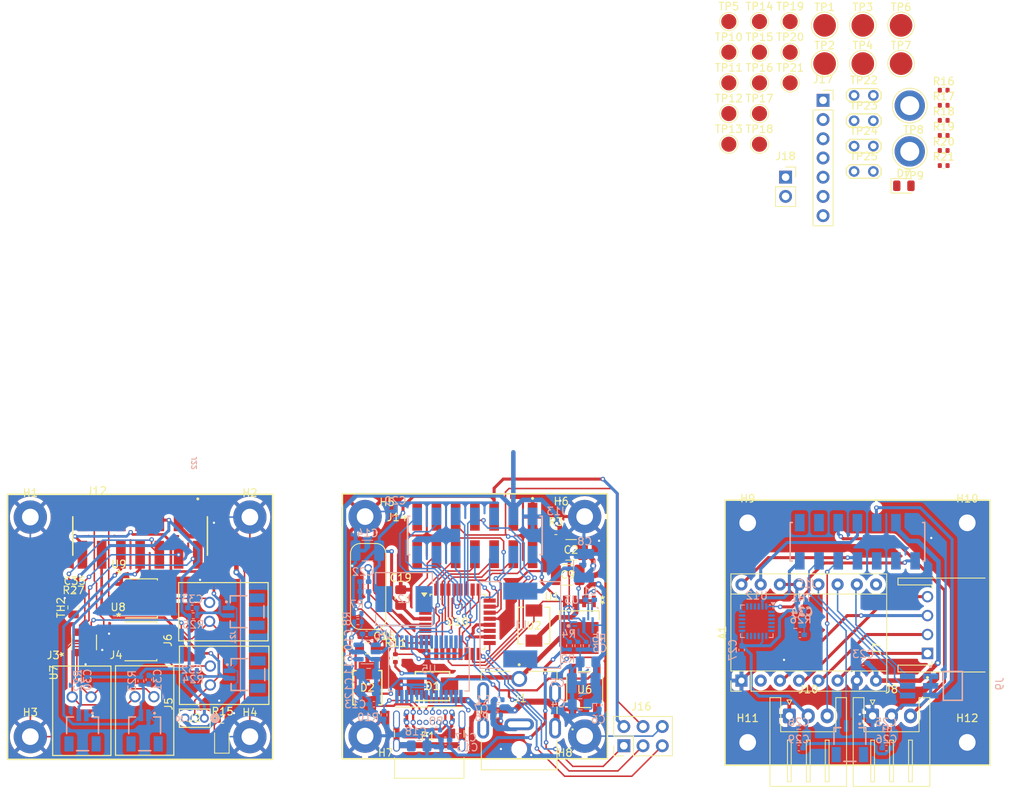
<source format=kicad_pcb>
(kicad_pcb (version 20240108) (generator "pcbnew") (generator_version "8.0")
  (layers (0 "F.Cu" signal) (31 "B.Cu" signal) (34 "B.Paste" user) (35 "F.Paste" user) (36 "B.SilkS" user "B.Silkscreen") (37 "F.SilkS" user "F.Silkscreen") (38 "B.Mask" user) (39 "F.Mask" user) (44 "Edge.Cuts" user))
  (net 0 "")
  (net 1 "GND")
  (net 2 "+12V")
  (net 3 "+5V_USBC")
  (net 4 "ADC0")
  (net 5 "ADC1")
  (net 6 "ADC2")
  (net 7 "ADC3")
  (net 8 "SCL")
  (net 9 "AREF")
  (net 10 "FAN_01_PWM_clockwise")
  (net 11 "FAN_01_PWM_counterclockwise")
  (net 12 "FAN_2_PWM")
  (net 13 "FAN_3_PWM")
  (net 14 "LED_2")
  (net 15 "Net-(D6-K)")
  (net 16 "Fan_Versorgung")
  (net 17 "Net-(U7-OUT1)")
  (net 18 "Net-(U7-OUT2)")
  (net 19 "Net-(U8-D)")
  (net 20 "Net-(U9-D)")
  (net 21 "STEP")
  (net 22 "M1")
  (net 23 "DIR")
  (net 25 "STP_A1")
  (net 26 "STP_B1")
  (net 27 "M0")
  (net 28 "M2")
  (net 29 "STP_B2")
  (net 31 "STP_A2")
  (net 32 "RESET")
  (net 33 "LED_3")
  (net 34 "MOSI")
  (net 35 "BLT_Switch")
  (net 36 "TXD")
  (net 37 "RXD")
  (net 38 "SDA")
  (net 39 "BLT_Servo")
  (net 60 "Net-(U3-SW)")
  (net 61 "Net-(U3-BOOT)")
  (net 62 "Net-(U3-FB)")
  (net 63 "PWR_IN_PROT")
  (net 64 "GND2")
  (net 65 "GND3")
  (net 66 "Net-(U3-SS)")
  (net 67 "Net-(U4-SW)")
  (net 68 "Net-(U4-VBST)")
  (net 69 "Net-(P1-SHIELD)")
  (net 70 "Quartz_1")
  (net 71 "Quartz_2")
  (net 72 "+24V")
  (net 73 "LED_0")
  (net 74 "LED_1")
  (net 75 "Net-(D7-K)")
  (net 77 "MISO")
  (net 78 "SCK")
  (net 79 "+3V3")
  (net 80 "Net-(P1-VCONN)")
  (net 81 "USBD+")
  (net 82 "Net-(P1-CC)")
  (net 83 "USBD-")
  (net 84 "Net-(U1-G)")
  (net 85 "Net-(U3-PG)")
  (net 86 "Net-(U3-MODE)")
  (net 87 "Net-(U4-VFB)")
  (net 107 "+5V_POW")
  (footprint "Imported_Component_Footprints:SW_PTS647SM38SMTR2LFS_CNK" (layer "F.Cu") (at 176.22 125.785088 90)
    (property "Reference" "U6")
    (property "Value" "PTS647SM38SMTR2LFS")
  )
  (footprint "TestPoint:TestPoint_Pad_D3.0mm" (layer "F.Cu") (at 212.96 38.05)
    (property "Reference" "TP3")
    (property "Value" "12V_Test")
  )
  (footprint "Package_QFP:TQFP-32_7x7mm_P0.8mm" (layer "F.Cu") (at 159.42 116.829988)
    (property "Reference" "U10")
    (property "Value" "ATmega328PB-A")
  )
  (footprint "LED_SMD:LED_0805_2012Metric" (layer "F.Cu") (at 218.38 59.245)
    (property "Reference" "D7")
    (property "Value" "GREEN")
  )
  (footprint "Imported_Component_Footprints:824521241" (layer "F.Cu") (at 147.52 125.529988 -90)
    (property "Reference" "D2")
    (property "Value" "WE-TVSP_DO-214AA_600W_BI")
  )
  (footprint "TestPoint:TestPoint_Pad_D2.0mm" (layer "F.Cu") (at 203.36 37.55)
    (property "Reference" "TP19")
    (property "Value" "ADC3")
  )
  (footprint "TestPoint:TestPoint_Pad_D2.0mm" (layer "F.Cu") (at 199.31 41.6)
    (property "Reference" "TP15")
    (property "Value" "I_Sense_5V_USBC_N")
  )
  (footprint "Connector_PinSocket_2.54mm:PinSocket_1x02_P2.54mm_Vertical" (layer "F.Cu") (at 202.76 58.1)
    (property "Reference" "J18")
    (property "Value" "Quartz")
  )
  (footprint "MountingHole:MountingHole_2.2mm_M2_Pad_TopBottom" (layer "F.Cu") (at 176.22 131.929988)
    (property "Reference" "H8")
    (property "Value" "MountHole")
  )
  (footprint "Resistor_SMD:R_0805_2012Metric" (layer "F.Cu") (at 108.7 114.95 90)
    (property "Reference" "TH2")
    (property "Value" "Thermistor_NTC")
  )
  (footprint "TestPoint:TestPoint_Pad_D2.0mm" (layer "F.Cu") (at 199.31 45.65)
    (property "Reference" "TP16")
    (property "Value" "I_Sense_5V_POW_N")
  )
  (footprint "TestPoint:TestPoint_Pad_D3.0mm" (layer "F.Cu") (at 207.91 43.1)
    (property "Reference" "TP2")
    (property "Value" "GND_Test")
  )
  (footprint "Resistor_SMD:R_0402_1005Metric" (layer "F.Cu") (at 223.64 50.6)
    (property "Reference" "R18")
    (property "Value" "0.1")
  )
  (footprint "Capacitor_SMD:C_0805_2012Metric_Pad1.18x1.45mm_HandSolder" (layer "F.Cu") (at 151.92 113.629988 90)
    (property "Reference" "C19")
    (property "Value" "4.7uF")
  )
  (footprint "Connector_USB:USB_C_Receptacle_GCT_USB4085" (layer "F.Cu") (at 152.715 128.773188)
    (property "Reference" "P1")
    (property "Value" "USB_C_Plug_USB2.0")
  )
  (footprint "Imported_Component_Footprints:CONN_S2B-XH-A-1LFSN_JST" (layer "F.Cu") (at 116.825 126.7265)
    (property "Reference" "J4")
    (property "Value" "FAN1")
  )
  (footprint "TestPoint:TestPoint_Pad_D3.0mm" (layer "F.Cu") (at 218.01 38.05)
    (property "Reference" "TP6")
    (property "Value" "5V_USBC_Test")
  )
  (footprint "TestPoint:TestPoint_Pad_D3.0mm" (layer "F.Cu") (at 218.01 43.1)
    (property "Reference" "TP7")
    (property "Value" "5V_POW_Test")
  )
  (footprint "MountingHole:MountingHole_2.2mm_M2_Pad_TopBottom" (layer "F.Cu") (at 132 103)
    (property "Reference" "H2")
    (property "Value" "MountHole")
  )
  (footprint "Imported_Component_Footprints:RJK0456DPB_00_J5" (layer "F.Cu") (at 117.6797 113.735)
    (property "Reference" "U9")
    (property "Value" "RJK0456DPB-00-J5")
  )
  (footprint "MountingHole:MountingHole_2.2mm_M2_Pad_TopBottom" (layer "F.Cu") (at 132 132)
    (property "Reference" "H4")
    (property "Value" "MountHole")
  )
  (footprint "Imported_Component_Footprints:SAMTEC_TSM-107-04-L-DV" (layer "F.Cu") (at 117.5 105.5)
    (property "Reference" "J12")
    (property "Value" "Steckverbinder_Male_Fans")
  )
  (footprint "MountingHole:MountingHole_2.2mm_M2_Pad_TopBottom" (layer "F.Cu") (at 176.22 102.929988)
    (property "Reference" "H6")
    (property "Value" "MountHole")
  )
  (footprint "Imported_Component_Footprints:FTS_103_01_F_S" (layer "F.Cu") (at 125.9866 129.56515)
    (property "Reference" "J2")
    (property "Value" "Fan_12/5V_Regelung")
  )
  (footprint "Imported_Component_Footprints:824521241" (layer "F.Cu") (at 156.12 125.329988)
    (property "Reference" "D1")
    (property "Value" "WE-TVSP_DO-214AA_600W_BI")
  )
  (footprint "Imported_Component_Footprints:SZ1SMB5927BT3G" (layer "F.Cu") (at 169.52 117.329988 90)
    (property "Reference" "U2")
    (property "Value" "SZ1SMB5927BT3G")
  )
  (footprint "Module:Pololu_Breakout-16_15.2x20.3mm" (layer "F.Cu") (at 196.93 124.6 90)
    (property "Reference" "A1")
    (property "Value" "Pololu_Breakout_DRV8825")
  )
  (footprint "Imported_Component_Footprints:RJK0456DPB_00_J5" (layer "F.Cu") (at 117.5967 119.4)
    (property "Reference" "U8")
    (property "Value" "RJK0456DPB-00-J5")
  )
  (footprint "TestPoint:TestPoint_2Pads_Pitch2.54mm_Drill0.8mm" (layer "F.Cu") (at 211.81 47.3)
    (property "Reference" "TP22")
    (property "Value" "I_Sense_5V")
  )
  (footprint "MountingHole:MountingHole_2.2mm_M2_Pad_TopBottom" (layer "F.Cu") (at 103 103)
    (property "Reference" "H1")
    (property "Value" "MountHole")
  )
  (footprint "Connector_PinHeader_2.54mm:PinHeader_2x03_P2.54mm_Vertical" (layer "F.Cu") (at 181.395 133.204988 90)
    (property "Reference" "J16")
    (property "Value" "ISP")
  )
  (footprint "TestPoint:TestPoint_Pad_D2.0mm" (layer "F.Cu") (at 195.26 49.7)
    (property "Reference" "TP12")
    (property "Value" "I_Sense_5V_POW_P")
  )
  (footprint "TestPoint:TestPoint_Pad_D2.0mm" (layer "F.Cu") (at 199.31 49.7)
    (property "Reference" "TP17")
    (property "Value" "I_Sense_12V_N")
  )
  (footprint "TestPoint:TestPoint_Pad_D3.0mm" (layer "F.Cu") (at 207.91 38.05)
    (property "Reference" "TP1")
    (property "Value" "3V3_Test")
  )
  (footprint "TestPoint:TestPoint_Loop_D3.80mm_Drill2.5mm" (layer "F.Cu") (at 219.16 48.65)
    (property "Reference" "TP8")
    (property "Value" "Quartz_1")
  )
  (footprint "Resistor_SMD:R_0402_1005Metric" (layer "F.Cu") (at 223.64 46.62)
    (property "Reference" "R16")
    (property "Value" "1k")
  )
  (footprint "MountingHole:MountingHole_2.2mm_M2_Pad_TopBottom" (layer "F.Cu") (at 226.7525 132.76)
    (property "Reference" "H12")
    (property "Value" "MountHole")
  )
  (footprint "Imported_Component_Footprints:CONN_S2B-XH-A-1LFSN_JST" (layer "F.Cu") (at 126.7715 125.175 90)
    (property "Reference" "J5")
    (property "Value" "FAN2")
  )
  (footprint "Capacitor_SMD:C_1210_3225Metric_Pad1.33x2.70mm_HandSolder" (layer "F.Cu") (at 173.9825 110.629988 180)
    (property "Reference" "C9")
    (property "Value" "22nF")
  )
  (footprint "TestPoint:TestPoint_Pad_D2.0mm" (layer "F.Cu") (at 195.26 41.6)
    (property "Reference" "TP10")
    (property "Value" "I_Sense_3V3_P")
  )
  (footprint "Resistor_SMD:R_0402_1005Metric" (layer "F.Cu") (at 223.64 48.61)
    (property "Reference" "R17")
    (property "Value" "10k")
  )
  (footprint "MountingHole:MountingHole_2.2mm_M2_Pad_TopBottom" (layer "F.Cu") (at 197.7525 103.76)
    (property "Reference" "H9")
    (property "Value" "MountHole")
  )
  (footprint "TestPoint:TestPoint_Pad_D2.0mm" (layer "F.Cu") (at 195.26 45.65)
    (property "Reference" "TP11")
    (property "Value" "I_Sense_5V_USBC_P")
  )
  (footprint "Imported_Component_Footprints:CONN_S2B-XH-A-1LFSN_JST" (layer "F.Cu") (at 126.6715 116.775 90)
    (property "Reference" "J6")
    (property "Value" "FAN3")
  )
  (footprint "MountingHole:MountingHole_2.2mm_M2_Pad_TopBottom" (layer "F.Cu") (at 147.22 102.929988)
    (property "Reference" "H5")
    (property "Value" "MountHole")
  )
  (footprint "Imported_Component_Footprints:SAMTEC_TSM-107-04-L-DV" (layer "F.Cu") (at 161.72 105.429988)
    (property "Reference" "J14")
    (property "Value" "Steckverbinder_Male_Leistung")
  )
  (footprint "Resistor_SMD:R_0402_1005Metric" (layer "F.Cu") (at 128.4 129.85)
    (property "Reference" "R15")
    (property "Value" "330")
  )
  (footprint "TestPoint:TestPoint_2Pads_Pitch2.54mm_Drill0.8mm" (layer "F.Cu") (at 211.81 50.65)
    (property "Reference" "TP23")
    (property "Value" "I_Sense_5V")
  )
  (footprint "Capacitor_SMD:C_0805_2012Metric_Pad1.18x1.45mm_HandSolder" (layer "F.Cu") (at 147.52 120.329988)
    (property "Reference" "C15")
    (property "Value" "10µF")
  )
  (footprint "Capacitor_SMD:C_0402_1005Metric_Pad0.74x0.62mm_HandSolder" (layer "F.Cu") (at 108.85 112.6)
    (property "Reference" "C35")
    (property "Value" "0.1µF")
  )
  (footprint "MountingHole:MountingHole_2.2mm_M2_Pad_TopBottom" (layer "F.Cu") (at 197.7525 132.76)
    (property "Reference" "H11")
    (property "Value" "MountHole")
  )
  (footprint "LED_SMD:LED_0805_2012Metric" (layer "F.Cu") (at 128.3 132.5 90)
    (property "Reference" "D6" (hide yes))
    (property "Value" "YELLOW")
  )
  (footprint "TestPoint:TestPoint_Pad_D2.0mm" (layer "F.Cu") (at 203.36 45.65)
    (property "Reference" "TP21")
    (property "Value" "ADC0")
  )
  (footprint "TestPoint:TestPoint_2Pads_Pitch2.54mm_Drill0.8mm" (layer "F.Cu") (at 211.81 54)
    (property "Reference" "TP24")
    (property "Value" "I_Sense_3V3")
  )
  (footprint "Resistor_SMD:R_0402_1005Metric" (layer "F.Cu") (at 223.64 56.57)
    (property "Reference" "R21")
    (property "Value" "0.1")
  )
  (footprint "TestPoint:TestPoint_Pad_D2.0mm" (layer "F.Cu") (at 203.36 41.6)
    (property "Reference" "TP20")
    (property "Value" "ADC1")
  )
  (footprint "Resistor_SMD:R_0402_1005Metric" (layer "F.Cu") (at 223.64 52.59)
    (property "Reference" "R19")
    (property "Value" "0.1")
  )
  (footprint "TestPoint:TestPoint_2Pads_Pitch2.54mm_Drill0.8mm" (layer "F.Cu") (at 211.81 57.35)
    (property "Reference" "TP25")
    (property "Value" "I_Sense_12V")
  )
  (footprint "MountingHole:MountingHole_2.2mm_M2_Pad_TopBottom" (layer "F.Cu") (at 147.22 131.929988)
    (property "Reference" "H7")
    (property "Value" "MountHole")
  )
  (footprint "Imported_Component_Footprints:JST_S4B-XH-A-1" (layer "F.Cu") (at 223.3525 117.26 90)
    (property "Reference" "J7")
    (property "Value" "Stepper Motor")
  )
  (footprint "Resistor_SMD:R_0402_1005Metric" (layer "F.Cu") (at 151.22 121.629988 -90)
    (property "Reference" "R11")
    (property "Value" "10k")
  )
  (footprint "Imported_Component_Footprints:CONN_S2B-XH-A-1LFSN_JST" (layer "F.Cu") (at 108.525 126.755)
    (property "Reference" "J3")
    (property "Value" "FAN0")
  )
  (footprint "TestPoint:TestPoint_Pad_D2.0mm" (layer "F.Cu") (at 199.31 53.75)
    (property "Reference" "TP18")
    (property "Value" "ADC2")
  )
  (footprint "Imported_Component_Footprints:JST_XH_S3B-XH-A_1x03_P2.50mm_Horizontal" (layer "F.Cu") (at 214.2525 129.26)
    (property "Reference" "J8")
    (property "Value" "Servo Motor SM")
  )
  (footprint "Imported_Component_Footprints:CUI_PJ-082BH" (layer "F.Cu") (at 167.57 133.623188)
    (property "Reference" "J1")
    (property "Value" "PJ-082BH")
  )
  (footprint "MountingHole:MountingHole_2.2mm_M2_Pad_TopBottom" (layer "F.Cu") (at 103 132)
    (property "Reference" "H3")
    (property "Value" "MountHole")
  )
  (footprint "Connector_PinSocket_2.54mm:PinSocket_1x07_P2.54mm_Vertical" (layer "F.Cu") (at 207.71 47.95)
    (property "Reference" "J17")
    (property "Value" "Spannungsmessung")
  )
  (footprint "Resistor_SMD:R_0402_1005Metric" (layer "F.Cu") (at 223.64 54.58)
    (property "Reference" "R20")
    (property "Value" "0.1")
  )
  (footprint "TestPoint:TestPoint_Pad_D3.0mm" (layer "F.Cu") (at 212.96 43.1)
    (property "Reference" "TP4")
    (property "Value" "Netzteil_Test")
  )
  (footprint "Capacitor_SMD:C_1210_3225Metric_Pad1.33x2.70mm_HandSolder" (layer "F.Cu") (at 174.42 107.329988 180)
    (property "Reference" "C2")
    (property "Value" "22nF")
  )
  (footprint "Imported_Component_Footprints:JST_XH_S3B-XH-A_1x03_P2.50mm_Horizontal" (layer "F.Cu") (at 203.2525 129.26)
    (property "Reference" "J10")
    (property "Value" "Servo Motor BL Touch")
  )
  (footprint "TestPoint:TestPoint_Pad_D2.0mm" (layer "F.Cu") (at 195.26 53.75)
    (property "Reference" "TP13")
    (property "Value" "I_Sense_12V_P")
  )
  (footprint "Imported_Component_Footprints:SQJ409EP_T1_GE3" (layer "F.Cu") (at 175.52 117.750688 180)
    (property "Reference" "U1")
    (property "Value" "SQJ409EP-T1_GE3")
  )
  (footprint "MountingHole:MountingHole_2.2mm_M2_Pad_TopBottom" (layer "F.Cu") (at 226.7525 103.76)
    (property "Reference" "H10")
    (property "Value" "MountHole")
  )
  (footprint "TestPoint:TestPoint_Loop_D3.80mm_Drill2.5mm" (layer "F.Cu") (at 219.16 54.7)
    (property "Reference" "TP9")
    (property "Value" "Quartz_2")
  )
  (footprint "Imported_Component_Footprints:TPM16050_S6TR" (layer "F.Cu") (at 110.1 119.55 90)
    (property "Reference" "U7")
    (property "Value" "TPM16050-S6TR")
  )
  (footprint "Resistor_SMD:R_0402_1005Metric" (layer "F.Cu") (at 108.7 111.5 180)
    (property "Reference" "R27")
    (property "Value" "4k7")
  )
  (footprint "Imported_Component_Footprints:XTAL_ECS-160-18-4X-CKM" (layer "F.Cu") (at 147.62 112.163188 90)
    (property "Reference" "Y1" (hide yes))
    (property "Value" "ECS-160-18-4X-CKM")
  )
  (footprint "TestPoint:TestPoint_Pad_D2.0mm" (layer "F.Cu") (at 199.31 37.55)
    (property "Reference" "TP14")
    (property "Value" "I_Sense_3V3_N")
  )
  (footprint "TestPoint:TestPoint_Pad_D2.0mm" (layer "F.Cu") (at 195.26 37.55)
    (property "Reference" "TP5")
    (property "Value" "GND_12V_Test")
  )
  (footprint "Resistor_SMD:R_0402_1005Metric" (layer "F.Cu") (at 172.42 104.929988 180)
    (property "Reference" "R3")
    (property "Value" "30k")
  )
  (footprint "Sensor_Motion:InvenSense_QFN-24_4x4mm_P0.5mm" (layer "B.Cu") (at 198.9525 116.76 180)
    (property "Reference" "U12")
    (property "Value" "MPU-6050")
  )
  (footprint "Capacitor_SMD:C_1210_3225Metric_Pad1.33x2.70mm_HandSolder" (layer "B.Cu") (at 176.09 124.929988 180)
    (property "Reference" "C5")
    (property "Value" "10µF")
  )
  (footprint "Package_SO:SSOP-28_5.3x10.2mm_P0.65mm" (layer "B.Cu") (at 155.645 123.097488 -90)
    (property "Reference" "U5")
    (property "Value" "FT232RL")
  )
  (footprint "Resistor_SMD:R_0402_1005Metric" (layer "B.Cu") (at 124.5225 116.03675)
    (property "Reference" "R25")
    (property "Value" "4k7")
  )
  (footprint "Resistor_SMD:R_0402_1005Metric" (layer "B.Cu") (at 124.49 123.25)
    (property "Reference" "R24")
    (property "Value" "4k7")
  )
  (footprint "Resistor_SMD:R_0402_1005Metric" (layer "B.Cu") (at 204.7525 115.36)
    (property "Reference" "R26")
    (property "Value" "4k7")
  )
  (footprint "Capacitor_SMD:C_0402_1005Metric_Pad0.74x0.62mm_HandSolder" (layer "B.Cu") (at 148.3825 127.723188 180)
    (property "Reference" "C13")
    (property "Value" "100nF")
  )
  (footprint "Resistor_SMD:R_0402_1005Metric" (layer "B.Cu") (at 164.860202 127.129988 180)
    (property "Reference" "R1")
    (property "Value" "100k")
  )
  (footprint "Resistor_SMD:R_0402_1005Metric" (layer "B.Cu") (at 176.42 119.989988 -90)
    (property "Reference" "R5")
    (property "Value" "30.1k")
  )
  (footprint "Capacitor_SMD:C_0402_1005Metric_Pad0.74x0.62mm_HandSolder" (layer "B.Cu") (at 178.1525 127.829988 -90)
    (property "Reference" "C6")
    (property "Value" "100nF")
  )
  (footprint "Imported_Component_Footprints:SAMTEC_HLE-107-02-L-DV" (layer "B.Cu") (at 161.72 105.429988)
    (property "Reference" "J13")
    (property "Value" "Steckverbinder_Female_Leistung")
  )
  (footprint "Capacitor_SMD:C_0805_2012Metric_Pad1.18x1.45mm_HandSolder" (layer "B.Cu") (at 204.5025 131.76 180)
    (property "Reference" "C28")
    (property "Value" "4.7uF")
  )
  (footprint "Capacitor_SMD:C_0402_1005Metric_Pad0.74x0.62mm_HandSolder" (layer "B.Cu") (at 151.22 102.829988 90)
    (property "Reference" "C20")
    (property "Value" "100nF")
  )
  (footprint "Capacitor_SMD:C_0402_1005Metric_Pad0.74x0.62mm_HandSolder" (layer "B.Cu") (at 176.92 113.929988 180)
    (property "Reference" "C1")
    (property "Value" "100nF")
  )
  (footprint "Resistor_SMD:R_0402_1005Metric" (layer "B.Cu") (at 175.32 119.989988 -90)
    (property "Reference" "R4")
    (property "Value" "1k58")
  )
  (footprint "Resistor_SMD:R_0402_1005Metric" (layer "B.Cu") (at 164.650202 129.129988)
    (property "Reference" "R6")
    (property "Value" "10")
  )
  (footprint "Capacitor_SMD:C_0402_1005Metric_Pad0.74x0.62mm_HandSolder" (layer "B.Cu") (at 124.3325 124.3 180)
    (property "Reference" "C32")
    (property "Value" "0.1µF")
  )
  (footprint "Imported_Component_Footprints:665102131822" (layer "B.Cu") (at 118.1 131.1 180)
    (property "Reference" "J20")
    (property "Value" "T2")
  )
  (footprint "Capacitor_SMD:C_0402_1005Metric_Pad0.74x0.62mm_HandSolder" (layer "B.Cu") (at 157.815 132.423188 180)
    (property "Reference" "C17")
    (property "Value" "100nF")
  )
  (footprint "Resistor_SMD:R_0402_1005Metric" (layer "B.Cu") (at 146.2725 116.829988 180)
    (property "Reference" "R8")
    (property "Value" "10k")
  )
  (footprint "Capacitor_SMD:C_0402_1005Metric_Pad0.74x0.62mm_HandSolder" (layer "B.Cu") (at 147.12 111.529988 180)
    (property "Reference" "C22")
    (property "Value" "18pF")
  )
  (footprint "Imported_Component_Footprints:665102131822" (layer "B.Cu") (at 131.1 115.5 -90)
    (property "Reference" "J22")
    (property "Value" "T3")
  )
  (footprint "Imported_Component_Footprints:IHLP2525CZER3R3M11" (layer "B.Cu") (at 152.3501 113.829988 180)
    (property "Reference" "L2")
    (property "Value" "3.3µH")
  )
  (footprint "Resistor_SMD:R_0402_1005Metric" (layer "B.Cu") (at 117.6 124.65 -90)
    (property "Reference" "R23")
    (property "Value" "4k7")
  )
  (footprint "Capacitor_SMD:C_0402_1005Metric_Pad0.74x0.62mm_HandSolder" (layer "B.Cu") (at 147.12 112.829988 180)
    (property "Reference" "C21" (hide yes))
    (property "Value" "18pF")
  )
  (footprint "Resistor_SMD:R_0402_1005Metric" (layer "B.Cu") (at 156.615 131.123188 180)
    (property "Reference" "R9")
    (property "Value" "5k1")
  )
  (footprint "Capacitor_SMD:C_0805_2012Metric_Pad1.18x1.45mm_HandSolder" (layer "B.Cu") (at 175.62 127.729988 180)
    (property "Reference" "C4")
    (property "Value" "10µF")
  )
  (footprint "Capacitor_SMD:C_0402_1005Metric_Pad0.74x0.62mm_HandSolder" (layer "B.Cu") (at 157.8475 133.423188 180)
    (property "Reference" "C16")
    (property "Value" "100nF")
  )
  (footprint "Imported_Component_Footprints:665102131822" (layer "B.Cu") (at 211.2525 132.51 180)
    (property "Reference" "J11")
    (property "Value" "T3")
  )
  (footprint "Capacitor_SMD:C_0805_2012Metric_Pad1.18x1.45mm_HandSolder" (layer "B.Cu") (at 147.6825 123.723188 180)
    (property "Reference" "C11")
    (property "Value" "10µF")
  )
  (footprint "Imported_Component_Footprints:SPM10040T_4R7M_HZ" (layer "B.Cu") (at 167.72 117.253238 90)
    (property "Reference" "L1")
    (property "Value" "4.7µH")
  )
  (footprint "Capacitor_SMD:C_0402_1005Metric_Pad0.74x0.62mm_HandSolder" (layer "B.Cu") (at 213.0025 122.26 180)
    (property "Reference" "C23")
    (property "Value" "100nF")
  )
  (footprint "Capacitor_SMD:C_0805_2012Metric_Pad1.18x1.45mm_HandSolder" (layer "B.Cu") (at 216.0025 131.76 180)
    (property "Reference" "C25")
    (property "Value" "4.7uF")
  )
  (footprint "Capacitor_SMD:C_0805_2012Metric_Pad1.18x1.45mm_HandSolder" (layer "B.Cu") (at 147.66 125.923188 180)
    (property "Reference" "C12")
    (property "Value" "10µF")
  )
  (footprint "Capacitor_SMD:C_0805_2012Metric_Pad1.18x1.45mm_HandSolder" (layer "B.Cu") (at 154.3575 133.229988)
    (property "Reference" "C18")
    (property "Value" "1uF")
  )
  (footprint "Capacitor_SMD:C_0402_1005Metric_Pad0.74x0.62mm_HandSolder" (layer "B.Cu") (at 216.07 133.51 180)
    (property "Reference" "C26")
    (property "Value" "100nF")
  )
  (footprint "Capacitor_SMD:C_0402_1005Metric_Pad0.74x0.62mm_HandSolder" (layer "B.Cu") (at 204.6525 118.56 180)
    (property "Reference" "C34")
    (property "Value" "0.1µF")
  )
  (footprint "Imported_Component_Footprints:FTSH-103-01-L-DH" (layer "B.Cu") (at 220.395 125.2975 90)
    (property "Reference" "J9")
    (property "Value" "Microstepping")
  )
  (footprint "Capacitor_SMD:C_0805_2012Metric_Pad1.18x1.45mm_HandSolder" (layer "B.Cu") (at 176.6575 122.129988 180)
    (property "Reference" "C3")
    (property "Value" "10µF")
  )
  (footprint "Resistor_SMD:R_0402_1005Metric" (layer "B.Cu") (at 146.23 115.729988)
    (property "Reference" "R7")
    (property "Value" "54.9k")
  )
  (footprint "Capacitor_SMD:C_0402_1005Metric_Pad0.74x0.62mm_HandSolder" (layer "B.Cu") (at 124.3825 115 180)
    (property "Reference" "C33")
    (property "Value" "0.1µF")
  )
  (footprint "Capacitor_SMD:C_0402_1005Metric_Pad0.74x0.62mm_HandSolder" (layer "B.Cu") (at 204.885 114.26)
    (property "Reference" "C24")
    (property "Value" "100nF")
  )
  (footprint "Package_TO_SOT_SMD:SOT-23-6" (layer "B.Cu") (at 147.4925 120.823188 180)
    (property "Reference" "U4")
    (property "Value" "TPS565208")
  )
  (footprint "Imported_Component_Footprints:SAMTEC_HLE-107-02-L-DV" (layer "B.Cu") (at 212.2525 106.26)
    (property "Reference" "J15")
    (property "Value" "Steckverbinder_Female_Motoren")
  )
  (footprint "Capacitor_SMD:C_0402_1005Metric_Pad0.74x0.62mm_HandSolder" (layer "B.Cu") (at 118.65 124.4825 90)
    (property "Reference" "C31")
    (property "Value" "0.1µF")
  )
  (footprint "Capacitor_SMD:C_0402_1005Metric_Pad0.74x0.62mm_HandSolder" (layer "B.Cu") (at 147.42 118.429988)
    (property "Reference" "C10")
    (property "Value" "100nF")
  )
  (footprint "Capacitor_SMD:C_0402_1005Metric_Pad0.74x0.62mm_HandSolder" (layer "B.Cu") (at 196.9525 120.56 -90)
    (property "Reference" "C27")
    (property "Value" "100nF")
  )
  (footprint "Capacitor_SMD:C_0402_1005Metric_Pad0.74x0.62mm_HandSolder" (layer "B.Cu") (at 164.760202 128.129988 180)
    (property "Reference" "C7")
    (property "Value" "100nF")
  )
  (footprint "Resistor_SMD:R_0805_2012Metric" (layer "B.Cu") (at 204.0525 116.96 180)
    (property "Reference" "TH1")
    (property "Value" "Thermistor_NTC")
  )
  (footprint "Capacitor_SMD:C_1210_3225Metric_Pad1.33x2.70mm_HandSolder" (layer "B.Cu") (at 176.12 109.429988 90)
    (property "Reference" "C8")
    (property "Value" "47µF")
  )
  (footprint "Capacitor_SMD:C_0402_1005Metric_Pad0.74x0.62mm_HandSolder" (layer "B.Cu") (at 109.4 124.4825 90)
    (property "Reference" "C30")
    (property "Value" "0.1µF")
  )
  (footprint "Imported_Component_Footprints:TPS56837HRPAR" (layer "B.Cu") (at 176.32 116.629988)
    (property "Reference" "U3")
    (property "Value" "TPS56837HRPAR")
  )
  (footprint "Capacitor_SMD:C_1210_3225Metric_Pad1.33x2.70mm_HandSolder" (layer "B.Cu") (at 147.52 107.429988 180)
    (property "Reference" "C14")
    (property "Value" "22µF")
  )
  (footprint "Resistor_SMD:R_0402_1005Metric" (layer "B.Cu") (at 149.72 129.129988 -90)
    (property "Reference" "R10")
    (property "Value" "5k1")
  )
  (footprint "Capacitor_SMD:C_0402_1005Metric_Pad0.74x0.62mm_HandSolder" (layer "B.Cu") (at 204.5025 133.51 180)
    (property "Reference" "C29")
    (property "Value" "100nF")
  )
  (footprint "Resistor_SMD:R_0402_1005Metric" (layer "B.Cu") (at 174.22 119.989988 90)
    (property "Reference" "R2")
    (property "Value" "100k")
  )
  (footprint "Imported_Component_Footprints:665102131822" (layer "B.Cu") (at 109.9 131.1 180)
    (property "Reference" "J19" (hide yes))
    (property "Value" "T2")
  )
  (footprint "Imported_Component_Footprints:665102131822" (layer "B.Cu") (at 131.21325 123.8 -90)
    (property "Reference" "J21")
    (property "Value" "T2")
  )
  (footprint "Resistor_SMD:R_0402_1005Metric" (layer "B.Cu") (at 110.45 124.6325 -90)
    (property "Reference" "R22")
    (property "Value" "4k7")
  )
  (gr_rect (start 194.7525 100.76) (end 229.7525 135.76) (stroke (width 0.2)) (fill none) (layer "F.SilkS"))
  (gr_rect (start 100 100) (end 135 135) (stroke (width 0.2)) (fill none) (layer "F.SilkS"))
  (gr_rect (start 144.22 99.929988) (end 179.22 134.929988) (stroke (width 0.2)) (fill none) (layer "F.SilkS"))
  (segment (start 152.02 125.129988) (end 150.17 123.279988) (width 0.2) (layer "F.Cu") (net 1))
  (segment (start 179.02 105.729988) (end 179.02 129.129988) (width 0.4) (layer "F.Cu") (net 1))
  (segment (start 114.917 120.035) (end 114.917 118.765) (width 0.2) (layer "F.Cu") (net 1))
  (segment (start 158.665 130.123188) (end 158.665 130.618162) (width 0.4) (layer "F.Cu") (net 1))
  (segment (start 114.917 118.765) (end 114.917 117.495) (width 0.2) (layer "F.Cu") (net 1))
  (segment (start 179.02 129.129988) (end 176.22 131.929988) (width 0.4) (layer "F.Cu") (net 1))
  (segment (start 112.5 120.774386) (end 112.5 120.55) (width 0.2) (layer "F.Cu") (net 1))
  (segment (start 145.688454 114.229988) (end 145.271529 114.646913) (width 0.3) (layer "F.Cu") (net 1))
  (segment (start 108.7 114.0375) (end 107.8875 114.0375) (width 0.2) (layer "F.Cu") (net 1))
  (segment (start 128.95 129.85) (end 129.9 128.9) (width 0.2) (layer "F.Cu") (net 1))
  (segment (start 110.3 121.08985) (end 110.1 120.88985) (width 0.2) (layer "F.Cu") (net 1))
  (segment (start 155.32 121.029988) (end 155.520002 121.22999) (width 0.3) (layer "F.Cu") (net 1))
  (segment (start 171.7575 106.467488) (end 169.34 104.049988) (width 0.4) (layer "F.Cu") (net 1))
  (segment (start 196.93 124.6) (end 199.67 121.86) (width 0.4) (layer "F.Cu") (net 1))
  (segment (start 103 125.2) (end 103 132) (width 0.2) (layer "F.Cu") (net 1))
  (segment (start 176.22 102.929988) (end 179.02 105.729988) (width 0.4) (layer "F.Cu") (net 1))
  (segment (start 111.25 129.25) (end 108.5 132) (width 0.2) (layer "F.Cu") (net 1))
  (segment (start 127.25 103.75) (end 126.525 103.025) (width 0.2) (layer "F.Cu") (net 1))
  (segment (start 145.271529 114.837038) (end 145.878579 114.229988) (width 0.4) (layer "F.Cu") (net 1))
  (segment (start 199.67 121.86) (end 202.5525 121.86) (width 0.4) (layer "F.Cu") (net 1))
  (segment (start 146.52 114.229988) (end 145.688454 114.229988) (width 0.3) (layer "F.Cu") (net 1))
  (segment (start 212.5525 129.06) (end 216.2525 132.76) (width 0.4) (layer "F.Cu") (net 1))
  (segment (start 168.752244 110.129988) (end 171.92 110.129988) (width 0.3) (layer "F.Cu") (net 1))
  (segment (start 148.485 104.194988) (end 147.22 102.929988) (width 0.3) (layer "F.Cu") (net 1))
  (segment (start 115 111.83) (end 115.5207 111.83) (width 0.2) (layer "F.Cu") (net 1))
  (segment (start 154.026826 131.929988) (end 155.42 131.929988) (width 0.4) (layer "F.Cu") (net 1))
  (segment (start 169.34 102.954988) (end 169.365 102.929988) (width 0.4) (layer "F.Cu") (net 1))
  (segment (start 109.4175 112.6) (end 109.4175 113.32) (width 0.2) (layer "F.Cu") (net 1))
  (segment (start 145.878579 114.229988) (end 146.52 114.229988) (width 0.4) (layer "F.Cu") (net 1))
  (segment (start 158.665 130.618162) (end 157.353174 131.929988) (width 0.4) (layer "F.Cu") (net 1))
  (segment (start 114.917 118.765) (end 113.765004 118.765) (width 0.2) (layer "F.Cu") (net 1))
  (segment (start 110.824386 122.45) (end 112.5 120.774386) (width 0.2) (layer "F.Cu") (net 1))
  (segment (start 155.520002 121.22999) (end 155.520002 125.322492) (width 0.3) (layer "F.Cu") (net 1))
  (segment (start 172.42 110.629988) (end 171.7575 109.967488) (width 0.4) (layer "F.Cu") (net 1))
  (segment (start 132 132) (end 132 103) (width 0.2) (layer "F.Cu") (net 1))
  (segment (start 145.42 117.829988) (end 145.271529 117.681517) (width 0.4) (layer "F.Cu") (net 1))
  (segment (start 108.5 132) (end 103 132) (width 0.2) (layer "F.Cu") (net 1))
  (segment (start 145.271529 114.646913) (end 145.271529 117.044017) (width 0.3) (layer "F.Cu") (net 1))
  (segment (start 111.6509 119.7009) (end 108.4991 119.7009) (width 0.2) (layer "F.Cu") (net 1))
  (segment (start 127.95 127.25) (end 129.6 128.9) (width 0.2) (layer "F.Cu") (net 1))
  (segment (start 116.057385 111.293315) (end 125.418009 111.293315) (width 0.2) (layer "F.Cu") (net 1))
  (segment (start 113.765004 118.765) (end 113.4 118.399996) (width 0.2) (layer "F.Cu") (net 1))
  (segment (start 152.715 130.123188) (end 152.715 128.773188) (width 0.4) (layer "F.Cu") (net 1))
  (segment (start 169.34 104.049988) (end 169.34 102.954988) (width 0.4) (layer "F.Cu") (net 1))
  (segment (start 158.665 130.123188) (end 158.665 128.773188) (width 0.4) (layer "F.Cu") (net 1))
  (segment (start 152.743834 117.229988) (end 148.485 112.971154) (width 0.3) (layer "F.Cu") (net 1))
  (segment (start 222.0025 105.76) (end 224.7525 105.76) (width 0.4) (layer "F.Cu") (net 1))
  (segment (start 109.4175 113.32) (end 108.7 114.0375) (width 0.2) (layer "F.Cu") (net 1))
  (segment (start 107.8875 114.0375) (end 107.55 113.7) (width 0.2) (layer "F.Cu") (net 1))
  (segment (start 145.271529 117.681517) (end 145.271529 114.837038) (width 0.4) (layer "F.Cu") (net 1))
  (segment (start 149.52 118.929988) (end 149.52 119.367488) (width 0.2) (layer "F.Cu") (net 1))
  (segment (start 169.365 102.929988) (end 176.22 102.929988) (width 0.4) (layer "F.Cu") (net 1))
  (segment (start 165.160202 129.929988) (end 165.160202 133.629988) (width 0.4) (layer "F.Cu") (net 1))
  (segment (start 108.4991 119.7009) (end 103 125.2) (width 0.2) (layer "F.Cu") (net 1))
  (segment (start 163.67 116.429988) (end 164.77 116.429988) (width 0.3) (layer "F.Cu") (net 1))
  (segment (start 126.525 103.025) (end 125.12 103.025) (width 0.2) (layer "F.Cu") (net 1))
  (segment (start 171.92 110.129988) (end 172.42 110.629988) (width 0.3) (layer "F.Cu") (net 1))
  (segment (start 110.3 122.45) (end 110.824386 122.45) (width 0.2) (layer "F.Cu") (net 1))
  (segment (start 167.12 111.762232) (end 168.752244 110.129988) (width 0.3) (layer "F.Cu") (net 1))
  (segment (start 145.271529 117.044017) (end 148.5575 120.329988) (width 0.3) (layer "F.Cu") (net 1))
  (segment (start 152.715 130.618162) (end 154.026826 131.929988) (width 0.4) (layer "F.Cu") (net 1))
  (segment (start 167.12 114.079988) (end 167.12 111.762232) (width 0.3) (layer "F.Cu") (net 1))
  (segment (start 224.7525 105.76) (end 226.7525 103.76) (width 0.4) (layer "F.Cu") (net 1))
  (segment (start 115.5207 111.83) (end 116.057385 111.293315) (width 0.2) (layer "F.Cu") (net 1))
  (segment (start 197.7525 132.76) (end 226.7525 132.76) (width 0.4) (layer "F.Cu") (net 1))
  (segment (start 147.618129 123.378117) (end 147.52 123.279988) (width 0.4) (layer "F.Cu") (net 1))
  (segment (start 145.52 109.429988) (end 145.52 114.588567) (width 0.4) (layer "F.Cu") (net 1))
  (segment (start 112.5 120.55) (end 111.6509 119.7009) (width 0.2) (layer "F.Cu") (net 1))
  (segment (start 110.3 122.45) (end 110.3 121.08985) (width 0.2) (layer "F.Cu") (net 1))
  (segment (start 152.715 130.123188) (end 152.715 130.618162) (width 0.4) (layer "F.Cu") (net 1))
  (segment (start 132 132) (end 129.775 134.225) (width 0.2) (layer "F.Cu") (net 1))
  (segment (start 148.485 112.971154) (end 148.485 104.194988) (width 0.3) (layer "F.Cu") (net 1))
  (segment (start 128.91 129.85) (end 128.95 129.85) (width 0.2) (layer "F.Cu") (net 1))
  (segment (start 149.52 119.367488) (end 148.5575 120.329988) (width 0.2) (layer "F.Cu") (net 1))
  (segment (start 216.2525 132.76) (end 226.7525 132.76) (width 0.4) (layer "F.Cu") (net 1))
  (segment (start 157.353174 131.929988) (end 155.42 131.929988) (width 0.4) (layer "F.Cu") (net 1))
  (segment (start 150.17 123.279988) (end 147.52 123.279988) (width 0.2) (layer "F.Cu") (net 1))
  (segment (start 129.6 128.9) (end 129.9 128.9) (width 0.2) (layer "F.Cu") (net 1))
  (segment (start 145.52 114.588567) (end 145.271529 114.837038) (width 0.4) (layer "F.Cu") (net 1))
  (segment (start 103 103) (end 103 132) (width 0.2) (layer "F.Cu") (net 1))
  (segment (start 164.77 116.429988) (end 167.12 114.079988) (width 0.3) (layer "F.Cu") (net 1))
  (segment (start 115 114.37) (end 115 111.83) (width 0.2) (layer "F.Cu") (net 1))
  (segment (start 129.775 134.225) (end 105.225 134.225) (width 0.2) (layer "F.Cu") (net 1))
  (segment (start 105.225 134.225) (end 103 132) (width 0.2) (layer "F.Cu") (net 1))
  (segment (start 147.618129 125.028799) (end 147.618129 123.378117) (width 0.4) (layer "F.Cu") (net 1))
  (segment (start 171.7575 109.967488) (end 171.7575 106.467488) (width 0.4) (layer "F.Cu") (net 1))
  (segment (start 155.17 117.229988) (end 152.743834 117.229988) (width 0.3) (layer "F.Cu") (net 1))
  (via (at 129.9 128.9) (size 0.6) (drill 0.3) (layers "F.Cu" "B.Cu") (net 1))
  (via (at 149.52 118.929988) (size 0.6) (drill 0.3) (layers "F.Cu" "B.Cu") (net 1))
  (via (at 202.5525 121.86) (size 0.6) (drill 0.3) (layers "F.Cu" "B.Cu") (net 1))
  (via (at 155.520002 125.322492) (size 0.6) (drill 0.3) (layers "F.Cu" "B.Cu") (net 1))
  (via (at 178.12 106.129988) (size 0.6) (drill 0.3) (layers "F.Cu" "B.Cu") (net 1))
  (via (at 127.95 127.25) (size 0.6) (drill 0.3) (layers "F.Cu" "B.Cu") (net 1))
  (via (at 107.55 113.7) (size 0.6) (drill 0.3) (layers "F.Cu" "B.Cu") (net 1))
  (via (at 112.5 120.55) (size 0.6) (drill 0.3) (layers "F.Cu" "B.Cu") (net 1))
  (via (at 111.25 129.25) (size 0.6) (drill 0.3) (layers "F.Cu" "B.Cu") (net 1))
  (via (at 125.418009 111.293315) (size 0.6) (drill 0.3) (layers "F.Cu" "B.Cu") (net 1))
  (via (at 165.160202 129.929988) (size 0.6) (drill 0.3) (layers "F.Cu" "B.Cu") (net 1))
  (via (at 147.618129 125.028799) (size 0.6) (drill 0.3) (layers "F.Cu" "B.Cu") (net 1))
  (via (at 146.52 114.229988) (size 0.6) (drill 0.3) (layers "F.Cu" "B.Cu") (net 1))
  (via (at 113.4 118.399996) (size 0.6) (drill 0.3) (layers "F.Cu" "B.Cu") (net 1))
  (via (at 145.42 117.829988) (size 0.6) (drill 0.3) (layers "F.Cu" "B.Cu") (net 1))
  (via (at 155.42 131.929988) (size 0.6) (drill 0.3) (layers "F.Cu" "B.Cu") (net 1))
  (via (at 212.5525 129.06) (size 0.6) (drill 0.3) (layers "F.Cu" "B.Cu") (net 1))
  (via (at 127.25 103.75) (size 0.6) (drill 0.3) (layers "F.Cu" "B.Cu") (net 1))
  (via (at 222.0025 105.76) (size 0.6) (drill 0.3) (layers "F.Cu" "B.Cu") (net 1))
  (via (at 165.160202 133.629988) (size 0.6) (drill 0.3) (layers "F.Cu" "B.Cu") (net 1))
  (via (at 152.02 125.129988) (size 0.6) (drill 0.3) (layers "F.Cu" "B.Cu") (net 1))
  (via (at 110.3 122.45) (size 0.6) (drill 0.3) (layers "F.Cu" "B.Cu") (net 1))
  (via (at 173.02 100.829988) (size 0.6) (drill 0.3) (layers "F.Cu" "B.Cu") (net 1))
  (via (at 169.160202 134.429988) (size 0.6) (drill 0.3) (layers "F.Cu" "B.Cu") (net 1))
  (via (at 145.52 109.429988) (size 0.6) (drill 0.3) (layers "F.Cu" "B.Cu") (net 1))
  (via (at 155.32 121.029988) (size 0.6) (drill 0.3) (layers "F.Cu" "B.Cu") (net 1))
  (segment (start 176.11 117.279989) (end 176.11 118.12999) (width 0.2) (layer "B.Cu") (net 1))
  (segment (start 202.5525 120.0925) (end 204.085 118.56) (width 0.4) (layer "B.Cu") (net 1))
  (segment (start 175.444998 116.379988) (end 176.11 117.04499) (width 0.2) (layer "B.Cu") (net 1))
  (segment (start 129.18 115) (end 130.155 115) (width 0.2) (layer "B.Cu") (net 1))
  (segment (start 156.105 131.244988) (end 155.42 131.929988) (width 0.4) (layer "B.Cu") (net 1))
  (segment (start 152.8525 125.129988) (end 152.02 125.129988) (width 0.2) (layer "B.Cu") (net 1))
  (segment (start 156.105 131.280688) (end 156.105 131.123188) (width 0.4) (layer "B.Cu") (net 1))
  (segment (start 146.6225 125.923188) (end 146.6225 123.745688) (width 0.4) (layer "B.Cu") (net 1))
  (segment (start 130.255 115.1) (end 130.255 122.33825) (width 0.2) (layer "B.Cu") (net 1))
  (segment (start 155.97 126.697488) (end 155.97 125.622488) (width 0.2) (layer "B.Cu") (net 1))
  (segment (start 185.21 131.929988) (end 176.22 131.929988) (width 0.2) (layer "B.Cu") (net 1))
  (segment (start 120.374299 125.639299) (end 120.374299 127.405701) (width 0.2) (layer "B.Cu") (net 1))
  (segment (start 120.374299 127.405701) (end 118.6 129.18) (width 0.2) (layer "B.Cu") (net 1))
  (segment (start 121.42 132) (end 132 132) (width 0.2) (layer "B.Cu") (net 1))
  (segment (start 203.935 133.51) (end 203.935 132.23) (width 0.4) (layer "B.Cu") (net 1))
  (segment (start 215.5025 132.2975) (end 214.965 131.76) (width 0.4) (layer "B.Cu") (net 1))
  (segment (start 153.245 125.729988) (end 153.245 126.572488) (width 0.2) (layer "B.Cu") (net 1))
  (segment (start 175.62 120.799988) (end 175.32 120.499988) (width 0.2) (layer "B.Cu") (net 1))
  (segment (start 197.7525 132.76) (end 197.7525 130.86) (width 0.2) (layer "B.Cu") (net 1))
  (segment (start 125.418009 111.503009) (end 126.365 112.45) (width 0.2) (layer "B.Cu") (net 1))
  (segment (start 149.72 129.639988) (end 149.400001 129.639988) (width 0.4) (layer "B.Cu") (net 1))
  (segment (start 177.645 128.904988) (end 178.1525 128.397488) (width 0.3) (layer "B.Cu") (net 1))
  (segment (start 202.5525 121.86) (end 202.5525 120.0925) (width 0.4) (layer "B.Cu") (net 1))
  (segment (start 153.245 125.729988) (end 153.245 125.522488) (width 0.2) (layer "B.Cu") (net 1))
  (segment (start 127.95 127.25) (end 126.834738 127.25) (width 0.2) (layer "B.Cu") (net 1))
  (segment (start 212.435 122.26) (end 212.435 124.335) (width 0.4) (layer "B.Cu") (net 1))
  (segment (start 111.18 129.18) (end 111.25 129.25) (width 0.2) (layer "B.Cu") (net 1))
  (segment (start 203.465 131.5725) (end 203.2525 131.36) (width 0.4) (layer "B.Cu") (net 1))
  (segment (start 155.97 125.522488) (end 155.770004 125.322492) (width 0.3) (layer "B.Cu") (net 1))
  (segment (start 156.105 131.123188) (end 156.105 131.244988) (width 0.4) (layer "B.Cu") (net 1))
  (segment (start 103 109.15) (end 103 103) (width 0.2) (layer "B.Cu") (net 1))
  (segment (start 147.2668 131.883188) (end 155.3732 131.883188) (width 0.4) (layer "B.Cu") (net 1))
  (segment (start 128.45 112.45) (end 129.18 113.18) (width 0.2) (layer "B.Cu") (net 1))
  (segment (start 215.5025 133.51) (end 215.5025 132.2975) (width 0.4) (layer "B.Cu") (net 1))
  (segment (start 146.5525 112.829988) (end 146.5525 111.529988) (width 0.4) (layer "B.Cu") (net 1))
  (segment (start 123.884738 124.3) (end 123.765 124.3) (width 0.2) (layer "B.Cu") (net 1))
  (segment (start 155.395 133.229988) (end 157.0868 133.229988) (width 0.4) (layer "B.Cu") (net 1))
  (segment (start 174.5275 124.929988) (end 174.5275 127.674988) (width 0.3) (layer "B.Cu") (net 1))
  (segment (start 178.1525 129.997488) (end 176.22 131.929988) (width 0.3) (layer "B.Cu") (net 1))
  (segment (start 196.93 130.0375) (end 196.93 124.6) (width 0.2) (layer "B.Cu") (net 1))
  (segment (start 109.4 123.915) (end 109.4 123.35) (width 0.2) (layer "B.Cu") (net 1))
  (segment (start 176.12 107.867488) (end 176.12 103.029988) (width 0.4) (layer "B.Cu") (net 1))
  (segment (start 146.5525 114.197488) (end 146.52 114.229988) (width 0.4) (layer "B.Cu") (net 1))
  (segment (start 129.29325 123.3) (end 130.26825 123.3) (width 0.2) (layer "B.Cu") (net 1))
  (segment (start 149.400001 129.639988) (end 147.815 128.054987) (width 0.4) (layer "B.Cu") (net 1))
  (segment (start 146.5525 112.829988) (end 146.5525 114.197488) (width 0.4) (layer "B.Cu") (net 1))
  (segment (start 201.2525 129.26) (end 197.7525 132.76) (width 0.4) (layer "B.Cu") (net 1))
  (segment (start 153.245 125.604988) (end 153.245 125.729988) (width 0.2) (layer "B.Cu") (net 1))
  (segment (start 174.5275 124.929988) (end 174.5275 123.222488) (width 0.3) (layer "B.Cu") (net 1))
  (segment (start 145.9575 104.192488) (end 147.22 102.929988) (width 0.4) (layer "B.Cu") (net 1))
  (segment (start 175.62 122.129988) (end 175.62 120.799988) (width 0.2) (layer "B.Cu") (net 1))
  (segment (start 212.17 124.6) (end 212.17 127.1775) (width 0.4) (layer "B.Cu") (net 1))
  (segment (start 145.7625 117.487488) (end 145.42 117.829988) (width 0.4) (layer "B.Cu") (net 1))
  (segment (start 153.245 126.572488) (end 153.37 126.697488) (width 0.2) (layer "B.Cu") (net 1))
  (segment (start 129.9 128.9) (end 129.9 129.9) (width 0.2) (layer "B.Cu") (net 1))
  (segment (start 176.22 131.929988) (end 173.72 134.429988) (width 0.2) (layer "B.Cu") (net 1))
  (segment (start 155.32 119.497488) (end 155.32 121.029988) (width 0.3) (layer "B.Cu") (net 1))
  (segment (start 148.63 119.873188) (end 148.63 119.819988) (width 0.2) (layer "B.Cu") (net 1))
  (segment (start 113.4 119.65) (end 113.4 118.399996) (width 0.2) (layer "B.Cu") (net 1))
  (segment (start 157.2475 132.423188) (end 156.105 131.280688) (width 0.4) (layer "B.Cu") (net 1))
  (segment (start 214.965 131.76) (end 214.965 129.9725) (width 0.4) (layer "B.Cu") (net 1))
  (segment (start 174.5275 127.674988) (end 174.5825 127.729988) (width 0.3) (layer "B.Cu") (net 1))
  (segment (start 203.2525 129.26) (end 201.2525 129.26) (width 0.4) (layer "B.Cu") (net 1))
  (segment (start 197.7525 130.86) (end 196.93 130.0375) (width 0.2) (layer "B.Cu") (net 1))
  (segment (start 196.9525 124.5775) (end 196.93 124.6) (width 0.2) (layer "B.Cu") (net 1))
  (segment (start 130.155 115) (end 130.255 115.1) (width 0.2) (layer "B.Cu") (net 1))
  (segment (start 157.28 133.423188) (end 157.28 132.455688) (width 0.4) (layer "B.Cu") (net 1))
  (segment (start 147.815 127.115688) (end 146.6225 125.923188) (width 0.4) (layer "B.Cu") (net 1))
  (segment (start 147.8875 102.262488) (end 147.22 102.929988) (width 0.2) (layer "B.Cu") (net 1))
  (segment (start 126.365 112.45) (end 128.45 112.45) (width 0.2) (layer "B.Cu") (net 1))
  (segment (start 214.2525 129.26) (end 212.7525 129.26) (width 0.4) (layer "B.Cu") (net 1))
  (segment (start 130.36825 123.4) (end 130.36825 124.83175) (width 0.2) (layer "B.Cu") (net 1))
  (segment (start 214.965 129.9725) (end 214.2525 129.26) (width 0.4) (layer "B.Cu") (net 1))
  (segment (start 146.645 124.05567) (end 147.618129 125.028799) (width 0.4) (layer "B.Cu") (net 1))
  (segment (start 155.770004 125.322492) (end 155.520002 125.322492) (width 0.3) (layer "B.Cu") (net 1))
  (segment (start 110.4 129.18) (end 111.18 129.18) (width 0.2) (layer "B.Cu") (net 1))
  (segment (start 145.9575 107.429988) (end 145.9575 104.192488) (width 0.4) (layer "B.Cu") (net 1))
  (segment (start 219.8725 103.735) (end 219.9775 103.735) (width 0.4) (layer "B.Cu") (net 1))
  (segment (start 212.7525 129.26) (end 212.5525 129.06) (width 0.4) (layer "B.Cu") (net 1))
  (segment (start 130.26825 123.3) (end 130.36825 123.4) (width 0.2) (layer "B.Cu") (net 1))
  (segment (start 219.9775 103.735) (end 222.0025 105.76) (width 0.4) (layer "B.Cu") (net 1))
  (segment (start 211.7525 130.59) (end 211.7525 125.0175) (width 0.4) (layer "B.Cu") (net 1))
  (segment (start 212.17 127.1775) (end 214.2525 129.26) (width 0.4) (layer "B.Cu") (net 1))
  (segment (start 155.3732 131.883188) (end 155.42 131.929988) (width 0.4) (layer "B.Cu") (net 1))
  (segment (start 165.160202 129.129988) (end 165.160202 129.929988) (width 0.4) (layer "B.Cu") (net 1))
  (segment (start 211.7525 125.0175) (end 212.17 124.6) (width 0.4) (layer "B.Cu") (net 1))
  (segment (start 155.87 125.522488) (end 153.3275 125.522488) (width 0.2) (layer "B.Cu") (net 1))
  (segment (start 118.65 123.915) (end 120.374299 125.639299) (width 0.2) (layer "B.Cu") (net 1))
  (segment (start 147.815 128.054987) (end 147.815 127.723188) (width 0.4) (layer "B.Cu") (net 1))
  (segment (start 145.9575 107.429988) (end 145.9575 108.992488) (width 0.4) (layer "B.Cu") (net 1))
  (segment (start 130.36825 124.83175) (end 127.95 127.25) (width 0.2) (layer "B.Cu") (net 1))
  (segment (start 112.5 120.55) (end 113.4 119.65) (width 0.2) (layer "B.Cu") (net 1))
  (segment (start 148.63 119.819988) (end 149.52 118.929988) (width 0.2) (layer "B.Cu") (net 1))
  (segment (start 174.92 116.379988) (end 175.444998 116.379988) (width 0.2) (layer "B.Cu") (net 1))
  (segment (start 176.11 117.04499) (end 176.11 117.279989) (width 0.2) (layer "B.Cu") (net 1))
  (segment (start 151.22 102.262488) (end 147.8875 102.262488) (width 0.2) (layer "B.Cu") (net 1))
  (segment (start 203.935 132.23) (end 203.465 131.76) (width 0.4) (layer "B.Cu") (net 1))
  (segment (start 126.834738 127.25) (end 123.884738 124.3) (width 0.2) (layer "B.Cu") (net 1))
  (segment (start 157.28 132.455688) (end 157.2475 132.423188) (width 0.4) (layer "B.Cu") (net 1))
  (segment (start 118.6 129.18) (end 121.42 132) (width 0.2) (layer "B.Cu") (net 1))
  (segment (start 153.3275 125.522488) (end 153.245 125.604988) (width 0.2) (layer "B.Cu") (net 1))
  (segment (start 125.418009 111.293315) (end 125.418009 111.503009) (width 0.2) (layer "B.Cu") (net 1))
  (segment (start 149.72 129.639988) (end 149.51 129.639988) (width 0.4) (layer "B.Cu") (net 1))
  (segment (start 129.9 129.9) (end 132 132) (width 0.2) (layer "B.Cu") (net 1))
  (segment (start 203.2525 131.36) (end 203.2525 129.26) (width 0.4) (layer "B.Cu") (net 1))
  (segment (start 212.435 124.335) (end 212.17 124.6) (width 0.4) (layer "B.Cu") (net 1))
  (segment (start 145.7625 116.829988) (end 145.7625 117.487488) (width 0.4) (layer "B.Cu") (net 1))
  (segment (start 153.245 125.522488) (end 152.8525 125.129988) (width 0.2) (layer "B.Cu") (net 1))
  (segment (start 196.9525 121.1275) (end 196.9525 124.5775) (width 0.2) (layer "B.Cu") (net 1))
  (segment (start 147.815 127.723188) (end 147.815 127.115688) (width 0.4) (layer "B.Cu") (net 1))
  (segment (start 125.418009 111.293315) (end 125.418009 109.581991) (width 0.2) (layer "B.Cu") (net 1))
  (segment (start 125.418009 109.581991) (end 132 103) (width 0.2) (layer "B.Cu") (net 1))
  (segment (start 176.12 103.029988) (end 176.22 102.929988) (width 0.4) (layer "B.Cu") (net 1))
  (segment (start 177.04 119.05999) (end 177.04 119.879988) (width 0.2) (layer "B.Cu") (net 1))
  (segment (start 174.5825 127.729988) (end 175.7575 128.904988) (width 0.3) (layer "B.Cu") (net 1))
  (segment (start 155.97 126.697488) (end 155.97 125.522488) (width 0.3) (layer "B.Cu") (net 1))
  (segment (start 176.11 118.12999) (end 177.04 119.05999) (width 0.2) (layer "B.Cu") (net 1))
  (segment (start 203.465 131.76) (end 203.465 131.5725) (width 0.4) (layer "B.Cu") (net 1))
  (segment (start 178.1525 128.397488) (end 178.1525 129.997488) (width 0.3) (layer "B.Cu") (net 1))
  (segment (start 147.22 131.929988) (end 147.2668 131.883188) (width 0.4) (layer "B.Cu") (net 1))
  (segment (start 174.5275 123.222488) (end 175.62 122.129988) (width 0.3) (layer "B.Cu") (net 1))
  (segment (start 177.04 119.879988) (end 176.42 120.499988) (width 0.2) (layer "B.Cu") (net 1))
  (segment (start 175.7575 128.904988) (end 177.645 128.904988) (width 0.3) (layer "B.Cu") (net 1))
  (segment (start 155.97 125.622488) (end 155.87 125.522488) (width 0.2) (layer "B.Cu") (net 1))
  (segment (start 129.18 113.18) (end 129.18 115) (width 0.2) (layer "B.Cu") (net 1))
  (segment (start 128 103) (end 127.25 103.75) (width 0.2) (layer "B.Cu") (net 1))
  (segment (start 146.645 123.723188) (end 146.645 124.05567) (width 0.4) (layer "B.Cu") (net 1))
  (segment (start 130.255 122.33825) (end 129.29325 123.3) (width 0.2) (layer "B.Cu") (net 1))
  (segment (start 173.72 134.429988) (end 169.160202 134.429988) (width 0.2) (layer "B.Cu") (net 1))
  (segment (start 146.6225 123.745688) (end 146.645 123.723188) (width 0.4) (layer "B.Cu") (net 1))
  (segment (start 186.475 130.664988) (end 185.21 131.929988) (width 0.2) (layer "B.Cu") (net 1))
  (segment (start 132 103) (end 128 103) (width 0.2) (layer "B.Cu") (net 1))
  (segment (start 145.9575 108.992488) (end 145.52 109.429988) (width 0.4) (layer "B.Cu") (net 1))
  (segment (start 149.51 129.639988) (end 147.22 131.929988) (width 0.4) (layer "B.Cu") (net 1))
  (segment (start 109.4 123.35) (end 110.3 122.45) (width 0.2) (layer "B.Cu") (net 1))
  (segment (start 157.0868 133.229988) (end 157.28 133.423188) (width 0.4) (layer "B.Cu") (net 1))
  (segment (start 107.55 113.7) (end 103 109.15) (width 0.2) (layer "B.Cu") (net 1))
  (segment (start 123.815 115) (end 126.365 112.45) (width 0.2) (layer "B.Cu") (net 1))
  (segment (start 175.9825 107.329988) (end 177.3415 108.688988) (width 0.6) (layer "F.Cu") (net 2))
  (segment (start 172.52 103.829988) (end 172.93 104.239988) (width 0.6) (layer "F.Cu") (net 2))
  (segment (start 172.93 104.239988) (end 172.93 104.929988) (width 0.6) (layer "F.Cu") (net 2))
  (segment (start 177.3415 108.688988) (end 177.3415 109.435446) (width 0.6) (layer "F.Cu") (net 2))
  (segment (start 172.93 104.929988) (end 173.5825 104.929988) (width 0.6) (layer "F.Cu") (net 2))
  (segment (start 122.58 104.23) (end 123.885 105.535) (width 0.6) (layer "F.Cu") (net 2))
  (segment (start 173.5825 104.929988) (end 175.9825 107.329988) (width 0.6) (layer "F.Cu") (net 2))
  (segment (start 130.217498 109.397498) (end 130.217498 110.282498) (width 0.6) (layer "F.Cu") (net 2))
  (segment (start 122.58 103.025) (end 122.58 104.23) (width 0.6) (layer "F.Cu") (net 2))
  (segment (start 214.71 124.6) (end 220.5125 124.6) (width 0.6) (layer "F.Cu") (net 2))
  (segment (start 123.885 105.535) (end 126.355 105.535) (width 0.6) (layer "F.Cu") (net 2))
  (segment (start 220.5125 124.6) (end 222.8525 122.26) (width 0.6) (layer "F.Cu") (net 2))
  (segment (start 126.355 105.535) (end 130.217498 109.397498) (width 0.6) (layer "F.Cu") (net 2))
  (via (at 172.52 103.829988) (size 0.8) (drill 0.4) (layers "F.Cu" "B.Cu") (net 2))
  (via (at 177.3415 109.435446) (size 0.8) (drill 0.4) (layers "F.Cu" "B.Cu") (net 2))
  (via (at 130.217498 110.282498) (size 0.8) (drill 0.4) (layers "F.Cu" "B.Cu") (net 2))
  (via (at 222.8525 122.26) (size 0.8) (drill 0.4) (layers "F.Cu" "B.Cu") (net 2))
  (segment (start 167.72 112.776488) (end 170.5679 112.776488) (width 0.6) (layer "B.Cu") (net 2))
  (segment (start 177.3415 109.770988) (end 176.12 110.992488) (width 0.6) (layer "B.Cu") (net 2))
  (segment (start 214.71 123.4) (end 213.57 122.26) (width 0.6) (layer "B.Cu") (net 2))
  (segment (start 166.8 102.394988) (end 166.8 101.809988) (width 0.6) (layer "B.Cu") (net 2))
  (segment (start 147.0132 120.823188) (end 146.355 120.823188) (width 0.4) (layer "B.Cu") (net 2))
  (segment (start 166.8 101.809988) (end 165.12 100.129988) (width 0.6) (layer "B.Cu") (net 2))
  (segment (start 220.2275 106.16) (end 222.9525 108.885) (width 0.6) (layer "B.Cu") (net 2))
  (segment (start 126.477112 130.77475) (end 131.06825 126.183612) (width 0.6) (layer "B.Cu") (net 2))
  (segment (start 166.8 102.904988) (end 166.8 94.45) (width 0.6) (layer "B.Cu") (net 2))
  (segment (start 131.06825 111.13325) (end 130.217498 110.282498) (width 0.6) (layer "B.Cu") (net 2))
  (segment (start 144.42 101.77019) (end 144.42 104.089786) (width 0.6) (layer "B.Cu") (net 2))
  (segment (start 144.52 104.189786) (end 144.52 119.765504) (width 0.6) (layer "B.Cu") (net 2))
  (segment (start 148.95 126.175688) (end 148.6975 125.923188) (width 0.6) (layer "B.Cu") (net 2))
  (segment (start 144.52 119.765504) (end 145.577684 120.823188) (width 0.6) (layer "B.Cu") (net 2))
  (segment (start 174.9575 109.829988) (end 176.12 110.992488) (width 0.6) (layer "B.Cu") (net 2))
  (segment (start 145.577684 120.823188) (end 146.355 120.823188) (width 0.6) (layer "B.Cu") (net 2))
  (segment (start 170.52 100.729988) (end 172.52 102.729988) (width 0.6) (layer "B.Cu") (net 2))
  (segment (start 123.4466 129.56515) (end 123.4466 129.995262) (width 0.6) (layer "B.Cu") (net 2))
  (segment (start 219.0525 106.16) (end 220.2275 106.16) (width 0.6) (layer "B.Cu") (net 2))
  (segment (start 214.71 124.6) (end 214.71 123.4) (width 0.6) (layer "B.Cu") (net 2))
  (segment (start 222.9525 122.16) (end 222.8525 122.26) (width 0.6) (layer "B.Cu") (net 2))
  (segment (start 170.5679 112.776488) (end 173.5144 109.829988) (width 0.6) (layer "B.Cu") (net 2))
  (segment (start 222.9525 108.885) (end 222.9525 122.16) (width 0.6) (layer "B.Cu") (net 2))
  (segment (start 165.12 100.129988) (end 146.060202 100.129988) (width 0.6) (layer "B.Cu") (net 2))
  (segment (start 148.72 121.863188) (end 148.63 121.773188) (width 0.6) (layer "B.Cu") (net 2))
  (segment (start 217.3325 103.735) (end 217.3325 104.44) (width 0.6) (layer "B.Cu") (net 2))
  (segment (start 148.72 123.723188) (end 148.72 121.863188) (width 0.6) (layer "B.Cu") (net 2))
  (segment (start 177.3415 109.435446) (end 177.3415 109.770988) (width 0.6) (layer "B.Cu") (net 2))
  (segment (start 131.06825 126.183612) (end 131.06825 111.13325) (width 0.6) (layer "B.Cu") (net 2))
  (segment (start 166.8 101.949988) (end 168.02 100.729988) (width 0.6) (layer "B.Cu") (net 2))
  (segment (start 144.42 104.089786) (end 144.52 104.189786) (width 0.6) (layer "B.Cu") (net 2))
  (segment (start 217.3325 104.44) (end 219.0525 106.16) (width 0.6) (layer "B.Cu") (net 2))
  (segment (start 172.52 102.729988) (end 172.52 103.829988) (width 0.6) (layer "B.Cu") (net 2))
  (segment (start 147.9632 121.773188) (end 147.0132 120.823188) (width 0.4) (layer "B.Cu") (net 2))
  (segment (start 124.226088 130.77475) (end 126.477112 130.77475) (width 0.6) (layer "B.Cu") (net 2))
  (segment (start 148.6975 123.745688) (end 148.72 123.723188) (width 0.6) (layer "B.Cu") (net 2))
  (segment (start 148.95 127.723188) (end 148.95 126.175688) (width 0.6) (layer "B.Cu") (net 2))
  (segment (start 166.8 102.394988) (end 166.8 101.949988) (width 0.6) (layer "B.Cu") (net 2))
  (segment (start 148.63 121.773188) (end 147.9632 121.773188) (width 0.4) (layer "B.Cu") (net 2))
  (segment (start 123.4466 129.995262) (end 124.226088 130.77475) (width 0.6) (layer "B.Cu") (net 2))
  (segment (start 173.5144 109.829988) (end 174.9575 109.829988) (width 0.6) (layer "B.Cu") (net 2))
  (segment (start 148.6975 125.923188) (end 148.6975 123.745688) (width 0.6) (layer "B.Cu") (net 2))
  (segment (start 146.060202 100.129988) (end 144.42 101.77019) (width 0.6) (layer "B.Cu") (net 2))
  (segment (start 168.02 100.729988) (end 170.52 100.729988) (width 0.6) (layer "B.Cu") (net 2))
  (segment (start 166.8 102.904988) (end 166.8 102.394988) (width 0.6) (layer "B.Cu") (net 2))
  (segment (start 153.565 128.773188) (end 153.565 130.123188) (width 0.3) (layer "F.Cu") (net 3))
  (segment (start 145.97 120.842488) (end 145.97 126.229988) (width 0.3) (layer "F.Cu") (net 3))
  (segment (start 153.565 130.618162) (end 153.976826 131.029988) (width 0.3) (layer "F.Cu") (net 3))
  (segment (start 171.017502 122.836068) (end 172.041892 121.811678) (width 0.4) (layer "F.Cu") (net 3))
  (segment (start 151.22 127.729988) (end 151.02 127.929988) (width 0.3) (layer "F.Cu") (net 3))
  (segment (start 153.565 128.174988) (end 153.12 127.729988) (width 0.3) (layer "F.Cu") (net 3))
  (segment (start 145.97 126.229988) (end 147.52 127.779988) (width 0.3) (layer "F.Cu") (net 3))
  (segment (start 146.4825 120.329988) (end 145.97 120.842488) (width 0.3) (layer "F.Cu") (net 3))
  (segment (start 171.017502 130.172688) (end 169.060216 132.129974) (width 0.4) (layer "F.Cu") (net 3))
  (segment (start 151.02 127.929988) (end 147.67 127.929988) (width 0.3) (layer "F.Cu") (net 3))
  (segment (start 157.815 130.123188) (end 157.815 128.773188) (width 0.3) (layer "F.Cu") (net 3))
  (segment (start 153.12 127.729988) (end 151.22 127.729988) (width 0.3) (layer "F.Cu") (net 3))
  (segment (start 147.67 127.929988) (end 147.52 127.779988) (width 0.3) (layer "F.Cu") (net 3))
  (segment (start 157.815 130.618162) (end 157.815 130.123188) (width 0.3) (layer "F.Cu") (net 3))
  (segment (start 171.017502 123.629998) (end 171.017502 122.836068) (width 0.4) (layer "F.Cu") (net 3))
  (segment (start 157.403174 131.029988) (end 157.815 130.618162) (width 0.3) (layer "F.Cu") (net 3))
  (segment (start 170.563439 111.673427) (end 170.563439 110.924558) (width 0.3) (layer "F.Cu") (net 3))
  (segment (start 148.97 126.329988) (end 150.62 126.329988) (width 0.3) (layer "F.Cu") (net 3))
  (segment (start 153.976826 131.029988) (end 157.403174 131.029988) (width 0.3) (layer "F.Cu") (net 3))
  (segment (start 171.017502 128.579986) (end 171.017502 130.172688) (width 0.4) (layer "F.Cu") (net 3))
  (segment (start 153.565 130.123188) (end 153.565 130.618162) (width 0.3) (layer "F.Cu") (net 3))
  (segment (start 153.565 128.773188) (end 153.565 128.174988) (width 0.3) (layer "F.Cu") (net 3))
  (segment (start 172.22 113.329988) (end 170.563439 111.673427) (width 0.3) (layer "F.Cu") (net 3))
  (segment (start 147.52 127.779988) (end 148.97 126.329988) (width 0.3) (layer "F.Cu") (net 3))
  (via (at 171.017502 128.579986) (size 0.6) (drill 0.3) (layers "F.Cu" "B.Cu") (net 3))
  (via (at 169.060216 132.129974) (size 0.6) (drill 0.3) (layers "F.Cu" "B.Cu") (net 3))
  (via (at 170.563439 110.924558) (size 0.6) (drill 0.3) (layers "F.Cu" "B.Cu") (net 3))
  (via (at 171.017502 123.629998) (size 0.6) (drill 0.3) (layers "F.Cu" "B.Cu") (net 3))
  (via (at 172.22 113.329988) (size 0.6) (drill 0.3) (layers "F.Cu" "B.Cu") (net 3))
  (via (at 150.62 126.329988) (size 0.6) (drill 0.3) (layers "F.Cu" "B.Cu") (net 3))
  (via (at 172.041892 121.811678) (size 0.6) (drill 0.3) (layers "F.Cu" "B.Cu") (net 3))
  (segment (start 158.3825 132.423188) (end 158.3825 133.390688) (width 0.3) (layer "B.Cu") (net 3))
  (segment (start 169.34 107.954988) (end 170.563439 109.178427) (width 0.3) (layer "B.Cu") (net 3))
  (segment (start 150.62 125.540038) (end 151.83005 124.329988) (width 0.3) (layer "B.Cu") (net 3))
  (segment (start 158.415 133.423188) (end 159.425 134.433188) (width 0.4) (layer "B.Cu") (net 3))
  (segment (start 172.454382 113.329988) (end 173.0135 113.889106) (width 0.3) (layer "B.Cu") (net 3))
  (segment (start 151.83005 124.329988) (end 155.809952 124.329988) (width 0.3) (layer "B.Cu") (net 3))
  (segment (start 158.3825 132.423188) (end 158.3825 130.901349) (width 0.3) (layer "B.Cu") (net 3))
  (segment (start 170.563439 109.178427) (end 170.563439 110.924558) (width 0.3) (layer "B.Cu") (net 3))
  (segment (start 158.3825 130.901349) (end 157.815 130.333849) (width 0.3) (layer "B.Cu") (net 3))
  (segment (start 173.353582 120.499988) (end 172.041892 121.811678) (width 0.4) (layer "B.Cu") (net 3))
  (segment (start 159.425 134.433188) (end 162.396341 134.433188) (width 0.4) (layer "B.Cu") (net 3))
  (segment (start 150.62 126.329988) (end 150.62 125.540038) (width 0.3) (layer "B.Cu") (net 3))
  (segment (start 156.62 125.140036) (end 156.62 126.729988) (width 0.3) (layer "B.Cu") (net 3))
  (segment (start 155.809952 124.329988) (end 156.62 125.140036) (width 0.3) (layer "B.Cu") (net 3))
  (segment (start 173.49 120.499988) (end 174.22 120.499988) (width 0.3) (layer "B.Cu") (net 3))
  (segment (start 158.3825 133.390688) (end 158.415 133.423188) (width 0.3) (layer "B.Cu") (net 3))
  (segment (start 174.22 120.499988) (end 173.353582 120.499988) (width 0.4) (layer "B.Cu") (net 3))
  (segment (start 164.699555 132.129974) (end 169.060216 132.129974) (width 0.4) (layer "B.Cu") (net 3))
  (segment (start 172.22 113.329988) (end 172.454382 113.329988) (width 0.3) (layer "B.Cu") (net 3))
  (segment (start 173.0135 113.889106) (end 173.0135 120.023488) (width 0.3) (layer "B.Cu") (net 3))
  (segment (start 171.017502 123.629998) (end 171.017502 128.579986) (width 0.4) (layer "B.Cu") (net 3))
  (segment (start 173.0135 120.023488) (end 173.49 120.499988) (width 0.3) (layer "B.Cu") (net 3))
  (segment (start 157.815 130.333849) (end 157.815 130.123188) (width 0.3) (layer "B.Cu") (net 3))
  (segment (start 162.396341 134.433188) (end 164.699555 132.129974) (width 0.4) (layer "B.Cu") (net 3))
  (segment (start 117.5 109.85) (end 116.8 110.55) (width 0.35) (layer "F.Cu") (net 4))
  (segment (start 164.77 114.729988) (end 164.77 112.9308) (width 0.2) (layer "F.Cu") (net 4))
  (segment (start 117.5 107.975) (end 117.5 109.85) (width 0.35) (layer "F.Cu") (net 4))
  (segment (start 164.77 112.9308) (end 164.186486 112.347286) (width 0.2) (layer "F.Cu") (net 4))
  (segment (start 164.67 114.829988) (end 164.77 114.729988) (width 0.2) (layer "F.Cu") (net 4))
  (segment (start 163.67 114.829988) (end 164.67 114.829988) (width 0.2) (layer "F.Cu") (net 4))
  (via (at 116.8 110.55) (size 0.6) (drill 0.3) (layers "F.Cu" "B.Cu") (net 4))
  (via (at 164.186486 112.347286) (size 0.6) (drill 0.3) (layers "F.Cu" "B.Cu") (net 4))
  (segment (start 164.26 107.954988) (end 163.67 108.544988) (width 0.2) (layer "B.Cu") (net 4))
  (segment (start 109.4 128.055) (end 109.6493 127.8057) (width 0.35) (layer "B.Cu") (net 4))
  (segment (start 116.8 110.55) (end 115.354995 110.55) (width 0.35) (layer "B.Cu") (net 4))
  (segment (start 109.6493 127.8057) (end 109.6493 125.2993) (width 0.35) (layer "B.Cu") (net 4))
  (segment (start 108.715 124.365) (end 109.4 125.05) (width 0.35) (layer "B.Cu") (net 4))
  (segment (start 109.6493 125.2993) (end 109.4 125.05) (width 0.35) (layer "B.Cu") (net 4))
  (segment (start 109.4 129.18) (end 109.4 128.055) (width 0.35) (layer "B.Cu") (net 4))
  (segment (start 163.67 111.8308) (end 164.186486 112.347286) (width 0.2) (layer "B.Cu") (net 4))
  (segment (start 108.715 117.189995) (end 108.715 124.365) (width 0.35) (layer "B.Cu") (net 4))
  (segment (start 109.4 125.05) (end 110.3575 125.05) (width 0.35) (layer "B.Cu") (net 4))
  (segment (start 115.354995 110.55) (end 108.715 117.189995) (width 0.35) (layer "B.Cu") (net 4))
  (segment (start 163.67 108.544988) (end 163.67 111.8308) (width 0.2) (layer "B.Cu") (net 4))
  (segment (start 110.3575 125.05) (end 110.45 125.1425) (width 0.35) (layer "B.Cu") (net 4))
  (segment (start 114.96 107.975) (end 114.96 109.89) (width 0.35) (layer "F.Cu") (net 5))
  (segment (start 163.67 112.979988) (end 163.02 112.329988) (width 0.2) (layer "F.Cu") (net 5))
  (segment (start 114.96 109.89) (end 114.15 110.7) (width 0.35) (layer "F.Cu") (net 5))
  (segment (start 163.67 114.029988) (end 163.67 112.979988) (width 0.2) (layer "F.Cu") (net 5))
  (via (at 163.02 112.329988) (size 0.6) (drill 0.3) (layers "F.Cu" "B.Cu") (net 5))
  (via (at 114.15 110.7) (size 0.6) (drill 0.3) (layers "F.Cu" "B.Cu") (net 5))
  (segment (start 118.54 125.16) (end 118.65 125.05) (width 0.35) (layer "B.Cu") (net 5))
  (segment (start 117.9493 127.192201) (end 117.9493 125.5093) (width 0.35) (layer "B.Cu") (net 5))
  (segment (start 114.15 110.7) (end 107.4007 117.4493) (width 0.35) (layer "B.Cu") (net 5))
  (segment (start 108.625 130.35) (end 116.43 130.35) (width 0.35) (layer "B.Cu") (net 5))
  (segment (start 117.6 127.541501) (end 117.9493 127.192201) (width 0.35) (layer "B.Cu") (net 5))
  (segment (start 117.6 125.16) (end 118.54 125.16) (width 0.35) (layer "B.Cu") (net 5))
  (segment (start 117.9493 125.5093) (end 117.6 125.16) (width 0.35) (layer "B.Cu") (net 5))
  (segment (start 116.43 130.35) (end 117.6 129.18) (width 0.35) (layer "B.Cu") (net 5))
  (segment (start 107.4007 129.1257) (end 108.625 130.35) (width 0.35) (layer "B.Cu") (net 5))
  (segment (start 161.72 111.029988) (end 163.02 112.329988) (width 0.2) (layer "B.Cu") (net 5))
  (segment (start 117.6 129.18) (end 117.6 127.541501) (width 0.35) (layer "B.Cu") (net 5))
  (segment (start 107.4007 117.4493) (end 107.4007 129.1257) (width 0.35) (layer "B.Cu") (net 5))
  (segment (start 161.72 107.954988) (end 161.72 111.029988) (width 0.2) (layer "B.Cu") (net 5))
  (segment (start 112.42 107.975) (end 112.42 114.8387) (width 0.35) (layer "F.Cu") (net 6))
  (segment (start 113.8503 116.269) (end 120.714 116.269) (width 0.35) (layer "F.Cu") (net 6))
  (segment (start 162.22 112.579988) (end 162.22 114.146095) (width 0.2) (layer "F.Cu") (net 6))
  (segment (start 125.445 121) (end 126.85 121) (width 0.35) (layer "F.Cu") (net 6))
  (segment (start 112.42 114.8387) (end 113.8503 116.269) (width 0.35) (layer "F.Cu") (net 6))
  (segment (start 120.714 116.269) (end 125.445 121) (width 0.35) (layer "F.Cu") (net 6))
  (segment (start 162.22 114.146095) (end 160.301275 116.06482) (width 0.2) (layer "F.Cu") (net 6))
  (via (at 126.85 121) (size 0.6) (drill 0.3) (layers "F.Cu" "B.Cu") (net 6))
  (via (at 160.301275 116.06482) (size 0.6) (drill 0.3) (layers "F.Cu" "B.Cu") (net 6))
  (segment (start 159.82 110.498592) (end 159.82 113.724353) (width 0.2) (layer "B.Cu") (net 6))
  (segment (start 160.47 114.374353) (end 160.47 115.896095) (width 0.2) (layer "B.Cu") (net 6))
  (segment (start 159.18 107.954988) (end 159.18 109.858592) (width 0.2) (layer "B.Cu") (net 6))
  (segment (start 159.18 109.858592) (end 159.82 110.498592) (width 0.2) (layer "B.Cu") (net 6))
  (segment (start 128.6493 124.3) (end 129.29325 124.3) (width 0.35) (layer "B.Cu") (net 6))
  (segment (start 127.8958 123.5465) (end 128.6493 124.3) (width 0.35) (layer "B.Cu") (net 6))
  (segment (start 160.47 115.896095) (end 160.301275 116.06482) (width 0.2) (layer "B.Cu") (net 6))
  (segment (start 129.04395 124.0507) (end 129.29325 124.3) (width 0.35) (layer "B.Cu") (net 6))
  (segment (start 127.8958 122.0458) (end 127.8958 123.5465) (width 0.35) (layer "B.Cu") (net 6))
  (segment (start 124.9 123.35) (end 125 123.25) (width 0.35) (layer "B.Cu") (net 6))
  (segment (start 125.1493 124.0507) (end 129.04395 124.0507) (width 0.35) (layer "B.Cu") (net 6))
  (segment (start 126.85 121) (end 127.8958 122.0458) (width 0.35) (layer "B.Cu") (net 6))
  (segment (start 159.82 113.724353) (end 160.47 114.374353) (width 0.2) (layer "B.Cu") (net 6))
  (segment (start 124.9 124.3) (end 124.9 123.35) (width 0.35) (layer "B.Cu") (net 6))
  (segment (start 124.9 124.3) (end 125.1493 124.0507) (width 0.35) (layer "B.Cu") (net 6))
  (segment (start 109.88 106.53) (end 108.9 105.55) (width 0.35) (layer "F.Cu") (net 7))
  (segment (start 127.25 112.1) (end 125.34 110.19) (width 0.35) (layer "F.Cu") (net 7))
  (segment (start 120.58 105.29) (end 116.54 105.29) (width 0.35) (layer "F.Cu") (net 7))
  (segment (start 127.25 113.1) (end 127.25 112.1) (width 0.35) (layer "F.Cu") (net 7))
  (segment (start 161.42 112.579988) (end 161.42 113.766362) (width 0.2) (layer "F.Cu") (net 7))
  (segment (start 161.42 113.766362) (end 159.555893 115.630469) (width 0.2) (layer "F.Cu") (net 7))
  (segment (start 125.34 110.19) (end 121.57 110.19) (width 0.35) (layer "F.Cu") (net 7))
  (segment (start 121.57 110.19) (end 121.57 106.28) (width 0.35) (layer "F.Cu") (net 7))
  (segment (start 121.57 106.28) (end 120.58 105.29) (width 0.35) (layer "F.Cu") (net 7))
  (segment (start 109.88 107.975) (end 109.88 106.53) (width 0.35) (layer "F.Cu") (net 7))
  (segment (start 116.54 105.29) (end 116.25 105) (width 0.35) (layer "F.Cu") (net 7))
  (via (at 108.9 105.55) (size 0.6) (drill 0.3) (layers "F.Cu" "B.Cu") (net 7))
  (via (at 127.25 113.1) (size 0.6) (drill 0.3) (layers "F.Cu" "B.Cu") (net 7))
  (via (at 116.25 105) (size 0.6) (drill 0.3) (layers "F.Cu" "B.Cu") (net 7))
  (via (at 159.555893 115.630469) (size 0.6) (drill 0.3) (layers "F.Cu" "B.Cu") (net 7))
  (segment (start 125.0325 116.03675) (end 125.0325 115.0825) (width 0.35) (layer "B.Cu") (net 7))
  (segment (start 159.555893 115.563334) (end 159.555893 115.630469) (width 0.2) (layer "B.Cu") (net 7))
  (segment (start 108.9 105.55) (end 115.7 105.55) (width 0.35) (layer "B.Cu") (net 7))
  (segment (start 156.64 108.849988) (end 159.42 111.629988) (width 0.2) (layer "B.Cu") (net 7))
  (segment (start 160.02 114.560749) (end 160.02 115.099227) (width 0.2) (layer "B.Cu") (net 7))
  (segment (start 125.0325 115.0825) (end 124.95 115) (width 0.35) (layer "B.Cu") (net 7))
  (segment (start 115.7 105.55) (end 116.25 105) (width 0.35) (layer "B.Cu") (net 7))
  (segment (start 160.02 115.099227) (end 159.555893 115.563334) (width 0.2) (layer "B.Cu") (net 7))
  (segment (start 127.25 113.2635) (end 127.25 113.1) (width 0.35) (layer "B.Cu") (net 7))
  (segment (start 159.42 111.629988) (end 159.42 113.960749) (width 0.2) (layer "B.Cu") (net 7))
  (segment (start 125.0325 116.03675) (end 125.41855 115.6507) (width 0.35) (layer "B.Cu") (net 7))
  (segment (start 125.41855 115.6507) (end 128.0057 115.6507) (width 0.35) (layer "B.Cu") (net 7))
  (segment (start 128.355 116) (end 129.18 116) (width 0.35) (layer "B.Cu") (net 7))
  (segment (start 128.03 114.0435) (end 127.25 113.2635) (width 0.35) (layer "B.Cu") (net 7))
  (segment (start 159.42 113.960749) (end 160.02 114.560749) (width 0.2) (layer "B.Cu") (net 7))
  (segment (start 156.64 107.954988) (end 156.64 108.849988) (width 0.2) (layer "B.Cu") (net 7))
  (segment (start 128.03 115.675) (end 128.03 114.0435) (width 0.35) (layer "B.Cu") (net 7))
  (segment (start 128.355 116) (end 128.03 115.675) (width 0.35) (layer "B.Cu") (net 7))
  (segment (start 128.0057 115.6507) (end 128.355 116) (width 0.35) (layer "B.Cu") (net 7))
  (segment (start 107.730761 112.6) (end 108.2825 112.6) (width 0.2) (layer "F.Cu") (net 8))
  (segment (start 159.82 114.379988) (end 159.37 114.829988) (width 0.2) (layer "F.Cu") (net 8))
  (segment (start 106.9 114.0625) (end 106.9 113.430761) (width 0.2) (layer "F.Cu") (net 8))
  (segment (start 106.9 112.79) (end 108.19 111.5) (width 0.2) (layer "F.Cu") (net 8))
  (segment (start 107.5 114.6625) (end 107.4 114.5625) (width 0.2) (layer "F.Cu") (net 8))
  (segment (start 107.05 113.280761) (end 107.730761 112.6) (width 0.2) (layer "F.Cu") (net 8))
  (segment (start 119.021774 106.956774) (end 119.021774 105.967564) (width 0.2) (layer "F.Cu") (net 8))
  (segment (start 159.82 112.579988) (end 159.82 114.379988) (width 0.2) (layer "F.Cu") (net 8))
  (segment (start 106.9 113.430761) (end 107.05 113.280761) (width 0.2) (layer "F.Cu") (net 8))
  (segment (start 107.7 114.8625) (end 107.6 114.7625) (width 0.2) (layer "F.Cu") (net 8))
  (segment (start 107.6 114.7625) (end 107.5 114.6625) (width 0.2) (layer "F.Cu") (net 8))
  (segment (start 108.1 110.5) (end 108.1 111.41) (width 0.2) (layer "F.Cu") (net 8))
  (segment (start 107.3 114.4625) (end 107.2 114.3625) (width 0.2) (layer "F.Cu") (net 8))
  (segment (start 120.04 107.975) (end 119.021774 106.956774) (width 0.2) (layer "F.Cu") (net 8))
  (segment (start 108.1 111.41) (end 108.19 111.5) (width 0.2) (layer "F.Cu") (net 8))
  (segment (start 106.9 114.0625) (end 106.9 112.79) (width 0.2) (layer "F.Cu") (net 8))
  (segment (start 107.2 114.3625) (end 107.05 114.2125) (width 0.2) (layer "F.Cu") (net 8))
  (segment (start 107.05 114.2125) (end 106.9 114.0625) (width 0.2) (layer "F.Cu") (net 8))
  (segment (start 107.4 114.5625) (end 107.3 114.4625) (width 0.2) (layer "F.Cu") (net 8))
  (segment (start 108.7 115.8625) (end 107.7 114.8625) (width 0.2) (layer "F.Cu") (net 8))
  (via (at 159.37 114.829988) (size 0.6) (drill 0.3) (layers "F.Cu" "B.Cu") (net 8))
  (via (at 119.021774 105.967564) (size 0.6) (drill 0.3) (layers "F.Cu" "B.Cu") (net 8))
  (via (at 108.1 110.5) (size 0.6) (drill 0.3) (layers "F.Cu" "B.Cu") (net 8))
  (segment (start 203.26 110.1575) (end 203.26 112.9525) (width 0.4) (layer "B.Cu") (net 8))
  (segment (start 202.5525 113.66) (end 200.1025 113.66) (width 0.4) (layer "B.Cu") (net 8))
  (segment (start 204.6325 108.785) (end 203.26 110.1575) (width 0.4) (layer "B.Cu") (net 8))
  (segment (start 112.55 106.05) (end 118.939338 106.05) (width 0.2) (layer "B.Cu") (net 8))
  (segment (start 154.1 107.954988) (end 154.1 108.309988) (width 0.2) (layer "B.Cu") (net 8))
  (segment (start 158.919994 114.379982) (end 159.37 114.829988) (width 0.2) (layer "B.Cu") (net 8))
  (segment (start 200.1025 113.66) (end 199.7025 114.06) (width 0.4) (layer "B.Cu") (net 8))
  (segment (start 118.939338 106.05) (end 119.021774 105.967564) (width 0.2) (layer "B.Cu") (net 8))
  (segment (start 154.1 108.309988) (end 155.19 109.399988) (width 0.2) (layer "B.Cu") (net 8))
  (segment (start 155.19 109.399988) (end 156.59 109.399988) (width 0.2) (layer "B.Cu") (net 8))
  (segment (start 156.59 109.399988) (end 158.919994 111.729982) (width 0.2) (layer "B.Cu") (net 8))
  (segment (start 108.1 110.5) (end 112.55 106.05) (width 0.2) (layer "B.Cu") (net 8))
  (segment (start 158.919994 111.729982) (end 158.919994 114.379982) (width 0.2) (layer "B.Cu") (net 8))
  (segment (start 203.26 112.9525) (end 202.5525 113.66) (width 0.4) (layer "B.Cu") (net 8))
  (segment (start 199.7025 114.81) (end 199.7025 114.06) (width 0.3) (layer "B.Cu") (net 8))
  (segment (start 152.22 101.629988) (end 153.585 100.264988) (width 0.4) (layer "F.Cu") (net 9))
  (segment (start 161.498969 117.675446) (end 161.498969 118.306712) (width 0.4) (layer "F.Cu") (net 9))
  (segment (start 151.22 119.649227) (end 146.718472 115.147699) (width 0.2) (layer "F.Cu") (net 9))
  (segment (start 164.26 102.954988) (end 164.26 99.189988) (width 0.4) (layer "F.Cu") (net 9))
  (segment (start 161.944427 117.229988) (end 161.498969 117.675446) (width 0.4) (layer "F.Cu") (net 9))
  (segment (start 161.498969 118.306712) (end 160.738227 119.067454) (width 0.4) (layer "F.Cu") (net 9))
  (segment (start 163.81 100.264988) (end 164.26 100.714988) (width 0.4) (layer "F.Cu") (net 9))
  (segment (start 165.469998 97.97999) (end 178.62 97.97999) (width 0.4) (layer "F.Cu") (net 9))
  (segment (start 160.975693 118.829988) (end 160.738227 119.067454) (width 0.4) (layer "F.Cu") (net 9))
  (segment (start 204.55 111.9) (end 202.01 111.9) (width 0.4) (layer "F.Cu") (net 9))
  (segment (start 109.21 111.5) (end 109.21 111.09) (width 0.4) (layer "F.Cu") (net 9))
  (segment (start 151.22 121.119988) (end 153.71 121.119988) (width 0.2) (layer "F.Cu") (net 9))
  (segment (start 153.585 100.264988) (end 163.81 100.264988) (width 0.4) (layer "F.Cu") (net 9))
  (segment (start 120.415 103.4) (end 120.04 103.025) (width 0.4) (layer "F.Cu") (net 9))
  (segment (start 121.3 103.4) (end 120.415 103.4) (width 0.4) (layer "F.Cu") (net 9))
  (segment (start 153.71 121.119988) (end 154.32 121.729988) (width 0.2) (layer "F.Cu") (net 9))
  (segment (start 150.72 113.467488) (end 150.72 107.529988) (width 0.4) (layer "F.Cu") (net 9))
  (segment (start 152.22 102.429988) (end 152.22 101.629988) (width 0.4) (layer "F.Cu") (net 9))
  (segment (start 164.26 99.189988) (end 165.469998 97.97999) (width 0.4) (layer "F.Cu") (net 9))
  (segment (start 151.22 121.119988) (end 151.22 119.649227) (width 0.2) (layer "F.Cu") (net 9))
  (segment (start 151.92 114.667488) (end 150.72 113.467488) (width 0.4) (layer "F.Cu") (net 9))
  (segment (start 109.21 111.09) (end 109.55 110.75) (width 0.4) (layer "F.Cu") (net 9))
  (segment (start 163.67 117.229988) (end 161.944427 117.229988) (width 0.4) (layer "F.Cu") (net 9))
  (segment (start 163.67 118.829988) (end 160.975693 118.829988) (width 0.4) (layer "F.Cu") (net 9))
  (segment (start 153.6825 116.429988) (end 155.17 116.429988) (width 0.4) (layer "F.Cu") (net 9))
  (segment (start 164.26 100.714988) (end 164.26 102.954988) (width 0.4) (layer "F.Cu") (net 9))
  (segment (start 151.92 114.667488) (end 153.6825 116.429988) (width 0.4) (layer "F.Cu") (net 9))
  (segment (start 146.718472 115.147699) (end 146.021529 115.147699) (width 0.2) (layer "F.Cu") (net 9))
  (via (at 109.55 110.75) (size 0.6) (drill 0.3) (layers "F.Cu" "B.Cu") (net 9))
  (via (at 214.7525 101.76) (size 0.6) (drill 0.3) (layers "F.Cu" "B.Cu") (net 9))
  (via (at 146.021529 115.147699) (size 0.6) (drill 0.3) (layers "F.Cu" "B.Cu") (net 9))
  (via (at 178.62 97.97999) (size 0.6) (drill 0.3) (layers "F.Cu" "B.Cu") (net 9))
  (via (at 150.72 107.529988) (size 0.6) (drill 0.3) (layers "F.Cu" "B.Cu") (net 9))
  (via (at 160.738227 119.067454) (size 0.6) (drill 0.3) (layers "F.Cu" "B.Cu") (net 9))
  (via (at 121.3 103.4) (size 0.6) (drill 0.3) (layers "F.Cu" "B.Cu") (net 9))
  (via (at 152.22 102.429988) (size 0.6) (drill 0.3) (layers "F.Cu" "B.Cu") (net 9))
  (via (at 154.32 121.729988) (size 0.6) (drill 0.3) (layers "F.Cu" "B.Cu") (net 9))
  (segment (start 205.665 132.915) (end 214.34 132.915) (width 0.4) (layer "B.Cu") (net 9))
  (segment (start 117.6 123.737606) (end 118.287606 123.05) (width 0.4) (layer "B.Cu") (net 9))
  (segment (start 153.37 120.779988) (end 154.32 121.729988) (width 0.2) (layer "B.Cu") (net 9))
  (segment (start 145.72 115.729988) (end 145.6525 115.662488) (width 0.4) (layer "B.Cu") (net 9))
  (segment (start 201.9525 116.438122) (end 201.9525 118.76) (width 0.4) (layer "B.Cu") (net 9))
  (segment (start 117.5825 124.1225) (end 117.6 124.14) (width 0.4) (layer "B.Cu") (net 9))
  (segment (start 214.685 133.26) (end 214.685 133.919894) (width 0.4) (layer "B.Cu") (net 9))
  (segment (start 119.284999 106.765) (end 121.3 104.749999) (width 0.4) (layer "B.Cu") (net 9))
  (segment (start 214.7525 103.695) (end 214.7925 103.735) (width 0.4) (layer "B.Cu") (net 9))
  (segment (start 125.234247 107.334247) (end 121.3 103.4) (width 0.4) (layer "B.Cu") (net 9))
  (segment (start 217.04 131.76) (end 217.04 133.1075) (width 0.4) (layer "B.Cu") (net 9))
  (segment (start 153.37 119.497488) (end 153.37 120.779988) (width 0.2) (layer "B.Cu") (net 9))
  (segment (start 145.6525 110.897488) (end 146.22 110.329988) (width 0.4) (layer "B.Cu") (net 9))
  (segment (start 149.0825 105.636238) (end 149.0825 107.429988) (width 0.4) (layer "B.Cu") (net 9))
  (segment (start 205.07 132.23) (end 205.54 131.76) (width 0.4) (layer "B.Cu") (net 9))
  (segment (start 199.23625 119.97625) (end 199.7025 119.51) (width 0.2) (layer "B.Cu") (net 9))
  (segment (start 217.04 131.76) (end 217.04 129.5475) (width 0.4) (layer "B.Cu") (net 9))
  (segment (start 205.54 129.4725) (end 205.7525 129.26) (width 0.4) (layer "B.Cu") (net 9))
  (segment (start 201.9525 118.76) (end 200.72 119.9925) (width 0.4) (layer "B.Cu") (net 9))
  (segment (start 125.9866 129.56515) (end 125.9866 127.748994) (width 0.4) (layer "B.Cu") (net 9))
  (segment (start 123.78 123.05) (end 123.98 123.25) (width 0.4) (layer "B.Cu") (net 9))
  (segment (start 149.0825 109.367488) (end 149.0825 107.429988) (width 0.4) (layer "B.Cu") (net 9))
  (segment (start 204.2425 115.36) (end 204.2425 112.2075) (width 0.4) (layer "B.Cu") (net 9))
  (segment (start 199.2525 126.66) (end 198.22 125.6275) (width 0.4) (layer "B.Cu") (net 9))
  (segment (start 113.535 106.765) (end 119.284999 106.765) (width 0.4) (layer "B.Cu") (net 9))
  (segment (start 145.6525 115.662488) (end 145.6525 114.329988) (width 0.4) (layer "B.Cu") (net 9))
  (segment (start 124.0125 116.03675) (end 123.624356 116.03675) (width 0.4) (layer "B.Cu") (net 9))
  (segment (start 121.3 104.749999) (end 121.3 103.4) (width 0.4) (layer "B.Cu") (net 9))
  (segment (start 150.72 107.529988) (end 149.1825 107.529988) (width 0.4) (layer "B.Cu") (net 9))
  (segment (start 125.9866 127.748994) (end 122.9475 124.709894) (width 0.4) (layer "B.Cu") (net 9))
  (segment (start 220.6525 127.835) (end 218.1775 127.835) (width 0.4) (layer "B.Cu") (net 9))
  (segment (start 180.52 99.87999) (end 178.62 97.97999) (width 0.4) (layer "B.Cu") (net 9))
  (segment (start 180.52 129.789988) (end 180.52 99.87999) (width 0.4) (layer "B.Cu") (net 9))
  (segment (start 221.92 125.2975) (end 221.92 126.5675) (width 0.4) (layer "B.Cu") (net 9))
  (segment (start 205.07 133.51) (end 205.665 132.915) (width 0.4) (layer "B.Cu") (net 9))
  (segment (start 197.0025 119.9425) (end 196.9525 119.9925) (width 0.2) (layer "B.Cu") (net 9))
  (segment (start 197.044894 119.9925) (end 196.9525 119.9925) (width 0.4) (layer "B.Cu") (net 9))
  (segment (start 146.22 109.729988) (end 148.52 107.429988) (width 0.4) (layer "B.Cu") (net 9))
  (segment (start 214.7525 101.76) (end 220.5525 101.76) (width 0.4) (layer "B.Cu") (net 9))
  (segment (start 222.695 126.5675) (end 221.92 126.5675) (width 0.4) (layer "B.Cu") (net 9))
  (segment (start 123.587606 123.25) (end 123.98 123.25) (width 0.4) (layer "B.Cu") (net 9))
  (segment (start 204.2425 115.36) (end 204.2425 114.335) (width 0.4) (layer "B.Cu") (net 9))
  (segment (start 181.395 130.664988) (end 180.52 129.789988) (width 0.4) (layer "B.Cu") (net 9))
  (segment (start 109.55 110.75) (end 113.535 106.765) (width 0.4) (layer "B.Cu") (net 9))
  (segment (start 123.98 116.06925) (end 124.0125 116.03675) (width 0.4) (layer "B.Cu") (net 9))
  (segment (start 123.624356 116.03675) (end 122.9975 115.409894) (width 0.4) (layer "B.Cu") (net 9))
  (segment (start 214.34 132.915) (end 214.685 133.26) (width 0.4) (layer "B.Cu") (net 9))
  (segment (start 145.6525 114.329988) (end 146.021529 114.699017) (width 0.2) (layer "B.Cu") (net 9))
  (segment (start 110.45 124.1225) (end 117.5825 124.1225) (width 0.4) (layer "B.Cu") (net 9))
  (segment (start 204.2425 114.335) (end 204.3175 114.26) (width 0.4) (layer "B.Cu") (net 9))
  (segment (start 197.0025 118.01) (end 197.0025 119.9425) (width 0.2) (layer "B.Cu") (net 9))
  (segment (start 214.7525 101.76) (end 214.7525 103.695) (width 0.4) (layer "B.Cu") (net 9))
  (segment (start 117.6 124.14) (end 117.6 123.737606) (width 0.4) (layer "B.Cu") (net 9))
  (segment (start 218.1775 127.835) (end 216.7525 129.26) (width 0.4) (layer "B.Cu") (net 9))
  (segment (start 215.035106 134.27) (end 215.969894 134.27) (width 0.4) (layer "B.Cu") (net 9))
  (segment (start 215.969894 134.27) (end 216.6375 133.602394) (width 0.4) (layer "B.Cu") (net 9))
  (segment (start 204.2425 115.36) (end 203.030622 115.36) (width 0.4) (layer "B.Cu") (net 9))
  (segment (start 159.808172 121.729988) (end 154.32 121.729988) (width 0.2) (layer "B.Cu") (net 9))
  (segment (start 146.22 110.329988) (end 146.22 109.729988) (width 0.4) (layer "B.Cu") (net 9))
  (segment (start 221.92 126.5675) (end 221.92 124.0275) (width 0.4) (layer "B.Cu") (net 9))
  (segment (start 160.738227 120.799933) (end 159.808172 121.729988) (width 0.2) (layer "B.Cu") (net 9))
  (segment (start 221.92 126.5675) (end 220.6525 127.835) (width 0.4) (layer "B.Cu") (net 9))
  (segment (start 217.04 129.5475) (end 216.7525 129.26) (width 0.4) (layer "B.Cu") (net 9))
  (segment (start 145.6525 114.329988) (end 145.6525 110.897488) (width 0.4) (layer "B.Cu") (net 9))
  (segment (start 216.6375 133.602394) (end 216.6375 133.51) (width 0.4) (layer "B.Cu") (net 9))
  (segment (start 122.9475 124.709894) (end 122.9475 123.890106) (width 0.4) (layer "B.Cu") (net 9))
  (segment (start 125.234247 108.834317) (end 125.234247 107.334247) (width 0.4) (layer "B.Cu") (net 9))
  (segment (start 149.6958 113.829988) (end 148.5814 112.715588) (width 0.4) (layer "B.Cu") (net 9))
  (segment (start 204.2425 112.2075) (end 204.55 111.9) (width 0.4) (layer "B.Cu") (net 9))
  (segment (start 148.5814 112.715588) (end 148.5814 109.868588) (width 0.4) (layer "B.Cu") (net 9))
  (segment (start 122.9975 115.409894) (end 122.9975 111.071064) (width 0.4) (layer "B.Cu") (net 9))
  (segment (start 203.030622 115.36) (end 201.9525 116.438122) (width 0.4) (layer "B.Cu") (net 9))
  (segment (start 203.1525 126.66) (end 199.2525 126.66) (width 0.4) (layer "B.Cu") (net 9))
  (segment (start 118.287606 123.05) (end 123.78 123.05) (width 0.4) (layer "B.Cu") (net 9))
  (segment (start 146.021529 114.699017) (end 146.021529 115.147699) (width 0.2) (layer "B.Cu") (net 9))
  (segment (start 220.5525 101.76) (end 224.7525 105.96) (width 0.4) (layer "B.Cu") (net 9))
  (segment (start 122.9475 123.890106) (end 123.587606 123.25) (width 0.4) (layer "B.Cu") (net 9))
  (segment (start 148.5814 109.868588) (end 149.0825 109.367488) (width 0.4) (layer "B.Cu") (net 9))
  (segment (start 196.9525 119.9925) (end 196.96875 119.97625) (width 0.2) (layer "B.Cu") (net 9))
  (segment (start 205.7525 129.26) (end 203.1525 126.66) (width 0.4) (layer "B.Cu") (net 9))
  (segment (start 224.7525 105.96) (end 224.7525 124.51) (width 0.4) (layer "B.Cu") (net 9))
  (segment (start 152.22 102.498738) (end 149.0825 105.636238) (width 0.4) (layer "B.Cu") (net 9))
  (segment (start 198.22 121.167606) (end 197.044894 119.9925) (width 0.4) (layer "B.Cu") (net 9))
  (segment (start 200.72 119.9925) (end 196.9525 119.9925) (width 0.4) (layer "B.Cu") (net 9))
  (segment (start 122.9975 111.071064) (end 125.234247 108.834317) (width 0.4) (layer "B.Cu") (net 9))
  (segment (start 196.96875 119.97625) (end 199.23625 119.97625) (width 0.2) (layer "B.Cu") (net 9))
  (segment (start 148.52 107.429988) (end 149.0825 107.429988) (width 0.4) (layer "B.Cu") (net 9))
  (segment (start 199.7025 119.51) (end 199.7025 118.71) (width 0.2) (layer "B.Cu") (net 9))
  (segment (start 152.22 102.429988) (end 152.22 102.498738) (width 0.4) (layer "B.Cu") (net 9))
  (segment (start 217.04 133.1075) (end 216.6375 133.51) (width 0.4) (layer "B.Cu") (net 9))
  (segment (start 214.685 133.919894) (end 215.035106 134.27) (width 0.4) (layer "B.Cu") (net 9))
  (segment (start 160.738227 119.067454) (end 160.738227 120.799933) (width 0.2) (layer "B.Cu") (net 9))
  (segment (start 205.07 133.51) (end 205.07 132.23) (width 0.4) (layer "B.Cu") (net 9))
  (segment (start 198.22 125.6275) (end 198.22 121.167606) (width 0.4) (layer "B.Cu") (net 9))
  (segment (start 123.98 123.25) (end 123.98 116.06925) (width 0.4) (layer "B.Cu") (net 9))
  (segment (start 149.1825 107.529988) (end 149.0825 107.429988) (width 0.4) (layer "B.Cu") (net 9))
  (segment (start 224.7525 124.51) (end 222.695 126.5675) (width 0.4) (layer "B.Cu") (net 9))
  (segment (start 205.54 131.76) (end 205.54 129.4725) (width 0.4) (layer "B.Cu") (net 9))
  (segment (start 109.5206 117.29803) (end 110.2 116.61863) (width 0.2) (layer "F.Cu") (net 10))
  (segment (start 110.2 116.61863) (end 110.2 111.45) (width 0.2) (layer "F.Cu") (net 10))
  (segment (start 109.149999 118.21015) (end 109.5206 117.839549) (width 0.2) (layer "F.Cu") (net 10))
  (segment (start 122.580064 107.975) (end 122.580128 107.974936) (width 0.2) (layer "F.Cu") (net 10))
  (segment (start 159.82 121.079988) (end 159.688227 120.948215) (width 0.2) (layer "F.Cu") (net 10))
  (segment (start 159.688227 120.948215) (end 159.688227 117.711281) (width 0.2) (layer "F.Cu") (net 10))
  (segment (start 122.58 107.975) (end 122.580064 107.975) (width 0.2) (layer "F.Cu") (net 10))
  (segment (start 159.688227 117.711281) (end 160.495406 116.904102) (width 0.2) (layer "F.Cu") (net 10))
  (segment (start 109.5206 117.839549) (end 109.5206 117.29803) (width 0.2) (layer "F.Cu") (net 10))
  (segment (start 110.2 111.45) (end 110.75 110.9) (width 0.2) (layer "F.Cu") (net 10))
  (via (at 110.75 110.9) (size 0.6) (drill 0.3) (layers "F.Cu" "B.Cu") (net 10))
  (via (at 122.580128 107.974936) (size 0.6) (drill 0.3) (layers "F.Cu" "B.Cu") (net 10))
  (via (at 160.495406 116.904102) (size 0.6) (drill 0.3) (layers "F.Cu" "B.Cu") (net 10))
  (segment (start 160.77 103.854988) (end 160.77 113.401561) (width 0.2) (layer "B.Cu") (net 10))
  (segment (start 161.97 116.499227) (end 161.565125 116.904102) (width 0.2) (layer "B.Cu") (net 10))
  (segment (start 113.675064 107.974936) (end 122.580128 107.974936) (width 0.2) (layer "B.Cu") (net 10))
  (segment (start 160.77 113.401561) (end 161.97 114.601561) (width 0.2) (layer "B.Cu") (net 10))
  (segment (start 161.72 102.904988) (end 160.77 103.854988) (width 0.2) (layer "B.Cu") (net 10))
  (segment (start 161.97 114.601561) (end 161.97 116.499227) (width 0.2) (layer "B.Cu") (net 10))
  (segment (start 110.75 110.9) (end 113.675064 107.974936) (width 0.2) (layer "B.Cu") (net 10))
  (segment (start 161.565125 116.904102) (end 160.495406 116.904102) (width 0.2) (layer "B.Cu") (net 10))
  (segment (start 160.088227 119.336693) (end 160.088227 118.30837) (width 0.2) (layer "F.Cu") (net 11))
  (segment (start 160.088227 118.30837) (end 161.120003 117.276594) (width 0.2) (layer "F.Cu") (net 11))
  (segment (start 124.571344 108.523656) (end 124.484247 108.523656) (width 0.2) (layer "F.Cu") (net 11))
  (segment (start 160.62 119.868466) (end 160.088227 119.336693) (width 0.2) (layer "F.Cu") (net 11))
  (segment (start 110.470601 117.839549) (end 110.470601 116.913714) (width 0.2) (layer "F.Cu") (net 11))
  (segment (start 160.62 121.079988) (end 160.62 119.868466) (width 0.2) (layer "F.Cu") (net 11))
  (segment (start 110.1 118.21015) (end 110.470601 117.839549) (width 0.2) (layer "F.Cu") (net 11))
  (segment (start 110.75 116.634315) (end 110.75 112.45) (width 0.2) (layer "F.Cu") (net 11))
  (segment (start 110.470601 116.913714) (end 110.75 116.634315) (width 0.2) (layer "F.Cu") (net 11))
  (segment (start 110.75 112.45) (end 110.9 112.3) (width 0.2) (layer "F.Cu") (net 11))
  (segment (start 161.120003 117.276594) (end 161.120003 116.129987) (width 0.2) (layer "F.Cu") (net 11))
  (segment (start 125.12 107.975) (end 124.571344 108.523656) (width 0.2) (layer "F.Cu") (net 11))
  (via (at 110.9 112.3) (size 0.6) (drill 0.3) (layers "F.Cu" "B.Cu") (net 11))
  (via (at 124.484247 108.523656) (size 0.6) (drill 0.3) (layers "F.Cu" "B.Cu") (net 11))
  (via (at 161.120003 116.129987) (size 0.6) (drill 0.3) (layers "F.Cu" "B.Cu") (net 11))
  (segment (start 110.9 112.3) (end 113.85 109.35) (width 0.2) (layer "B.Cu") (net 11))
  (segment (start 160.37 113.637957) (end 161.120003 114.38796) (width 0.2) (layer "B.Cu") (net 11))
  (segment (start 123.657903 109.35) (end 124.484247 108.523656) (width 0.2) (layer "B.Cu") (net 11))
  (segment (start 160.37 104.094988) (end 160.37 113.637957) (width 0.2) (layer "B.Cu") (net 11))
  (segment (start 159.18 102.904988) (end 160.37 104.094988) (width 0.2) (layer "B.Cu") (net 11))
  (segment (start 161.120003 114.38796) (end 161.120003 116.129987) (width 0.2) (layer "B.Cu") (net 11))
  (segment (start 113.85 109.35) (end 123.657903 109.35) (width 0.2) (layer "B.Cu") (net 11))
  (segment (start 157.0086 116.137827) (end 156.57 115.699227) (width 0.2) (layer "F.Cu") (net 12))
  (segment (start 111.45 111.430761) (end 111.45 104.595) (width 0.2) (layer "F.Cu") (net 12))
  (segment (start 111.75 115.530761) (end 111.75 111.730761) (width 0.2) (layer "F.Cu") (net 12))
  (segment (start 156.62 117.087827) (end 157.0086 116.699227) (width 0.2) (layer "F.Cu") (net 12))
  (segment (start 111.45 104.595) (end 109.88 103.025) (width 0.2) (layer "F.Cu") (net 12))
  (segment (start 156.57 115.699227) (end 156.57 114.907699) (width 0.2) (layer "F.Cu") (net 12))
  (segment (start 157.0086 116.699227) (end 157.0086 116.137827) (width 0.2) (layer "F.Cu") (net 12))
  (segment (start 114.917 121.305) (end 114.3963 121.305) (width 0.2) (layer "F.Cu") (net 12))
  (segment (start 112.7 116.480761) (end 111.75 115.530761) (width 0.2) (layer "F.Cu") (net 12))
  (segment (start 111.75 111.730761) (end 111.45 111.430761) (width 0.2) (layer "F.Cu") (net 12))
  (segment (start 112.7 119.6087) (end 112.7 116.480761) (width 0.2) (layer "F.Cu") (net 12))
  (segment (start 156.62 121.079988) (end 156.62 117.087827) (width 0.2) (layer "F.Cu") (net 12))
  (segment (start 156.57 114.907699) (end 156.825769 114.65193) (width 0.2) (layer "F.Cu") (net 12))
  (segment (start 114.3963 121.305) (end 112.7 119.6087) (width 0.2) (layer "F.Cu") (net 12))
  (via (at 156.825769 114.65193) (size 0.6) (drill 0.3) (layers "F.Cu" "B.Cu") (net 12))
  (segment (start 156.825769 110.835757) (end 156.825769 114.65193) (width 0.2) (layer "B.Cu") (net 12))
  (segment (start 151.82 109.395673) (end 152.624315 110.199988) (width 0.2) (layer "B.Cu") (net 12))
  (segment (start 154.1 102.904988) (end 151.82 105.184988) (width 0.2) (layer "B.Cu") (net 12))
  (segment (start 152.624315 110.199988) (end 156.19 110.199988) (width 0.2) (layer "B.Cu") (net 12))
  (segment (start 151.82 105.184988) (end 151.82 109.395673) (width 0.2) (layer "B.Cu") (net 12))
  (segment (start 156.19 110.199988) (end 156.825769 110.835757) (width 0.2) (layer "B.Cu") (net 12))
  (segment (start 114.6413 115.64) (end 113.355 114.3537) (width 0.2) (layer "F.Cu") (net 13))
  (segment (start 113.355 103.96) (end 112.42 103.025) (width 0.2) (layer "F.Cu") (net 13))
  (segment (start 157.42 115.700698) (end 157.184645 115.465343) (width 0.2) (layer "F.Cu") (net 13))
  (segment (start 115 115.64) (end 114.6413 115.64) (width 0.2) (layer "F.Cu") (net 13))
  (segment (start 113.355 114.3537) (end 113.355 103.96) (width 0.2) (layer "F.Cu") (net 13))
  (segment (start 157.42 121.079988) (end 157.42 115.700698) (width 0.2) (layer "F.Cu") (net 13))
  (via (at 157.184645 115.465343) (size 0.6) (drill 0.3) (layers "F.Cu" "B.Cu") (net 13))
  (segment (start 155.72 104.929988) (end 156.64 104.009988) (width 0.2) (layer "B.Cu") (net 13))
  (segment (start 156.64 104.009988) (end 156.64 102.904988) (width 0.2) (layer "B.Cu") (net 13))
  (segment (start 157.739168 111.149156) (end 156.39 109.799988) (width 0.2) (layer "B.Cu") (net 13))
  (segment (start 156.39 109.799988) (end 153.565 109.799988) (width 0.2) (layer "B.Cu") (net 13))
  (segment (start 153.77 104.929988) (end 155.72 104.929988) (width 0.2) (layer "B.Cu") (net 13))
  (segment (start 157.739168 114.91082) (end 157.739168 111.149156) (width 0.2) (layer "B.Cu") (net 13))
  (segment (start 153.565 109.799988) (end 152.62 108.854988) (width 0.2) (layer "B.Cu") (net 13))
  (segment (start 152.62 108.854988) (end 152.62 106.079988) (width 0.2) (layer "B.Cu") (net 13))
  (segment (start 157.184645 115.465343) (end 157.739168 114.91082) (width 0.2) (layer "B.Cu") (net 13))
  (segment (start 152.62 106.079988) (end 153.77 104.929988) (width 0.2) (layer "B.Cu") (net 13))
  (segment (start 131.2925 110.226129) (end 131.2925 128.57) (width 0.2) (layer "F.Cu") (net 14))
  (segment (start 163.67 118.029988) (end 162.30329 118.029988) (width 0.2) (layer "F.Cu") (net 14))
  (segment (start 131.1925 106.0225) (end 131.1925 110.126129) (width 0.2) (layer "F.Cu") (net 14))
  (segment (start 114.96 103.025) (end 114.96 101.82) (width 0.2) (layer "F.Cu") (net 14))
  (segment (start 162.30329 118.029988) (end 162.254189 117.980887) (width 0.2) (layer "F.Cu") (net 14))
  (segment (start 131.2925 128.57) (end 128.3 131.5625) (width 0.2) (layer "F.Cu") (net 14))
  (segment (start 115.995 100.785) (end 125.955 100.785) (width 0.2) (layer "F.Cu") (net 14))
  (segment (start 114.96 101.82) (end 115.995 100.785) (width 0.2) (layer "F.Cu") (net 14))
  (segment (start 131.1925 110.126129) (end 131.2925 110.226129) (width 0.2) (layer "F.Cu") (net 14))
  (segment (start 125.955 100.785) (end 131.1925 106.0225) (width 0.2) (layer "F.Cu") (net 14))
  (via (at 162.254189 117.980887) (size 0.6) (drill 0.3) (layers "F.Cu" "B.Cu") (net 14))
  (segment (start 162.67 113.579988) (end 162.37 113.879988) (width 0.2) (layer "B.Cu") (net 14))
  (segment (start 165.0721 112.497127) (end 163.989239 113.579988) (width 0.2) (layer "B.Cu") (net 14))
  (segment (start 166.8 109.524638) (end 165.0721 111.252538) (width 0.2) (layer "B.Cu") (net 14))
  (segment (start 163.989239 113.579988) (end 162.67 113.579988) (width 0.2) (layer "B.Cu") (net 14))
  (segment (start 162.37 113.879988) (end 162.37 117.865076) (width 0.2) (layer "B.Cu") (net 14))
  (segment (start 162.37 117.865076) (end 162.254189 117.980887) (width 0.2) (layer "B.Cu") (net 14))
  (segment (start 165.0721 111.252538) (end 165.0721 112.497127) (width 0.2) (layer "B.Cu") (net 14))
  (segment (start 166.8 107.954988) (end 166.8 109.524638) (width 0.2) (layer "B.Cu") (net 14))
  (segment (start 128.3 133.4375) (end 127.3 132.4375) (width 0.2) (layer "F.Cu") (net 15))
  (segment (start 127.3 132.4375) (end 127.3 130.44) (width 0.2) (layer "F.Cu") (net 15))
  (segment (start 127.3 130.44) (end 127.89 129.85) (width 0.2) (layer "F.Cu") (net 15))
  (segment (start 127.8208 117.9243) (end 126.6715 116.775) (width 0.2) (layer "F.Cu") (net 16))
  (segment (start 124.7166 129.56515) (end 124.7166 127.2299) (width 0.2) (layer "F.Cu") (net 16))
  (segment (start 124.191752 119.075) (end 122.946924 117.830172) (width 0.2) (layer "F.Cu") (net 16))
  (segment (start 111.050001 116.899999) (end 111.35 116.6) (width 0.2) (layer "F.Cu") (net 16))
  (segment (start 124.3715 119.075) (end 124.191752 119.075) (width 0.2) (layer "F.Cu") (net 16))
  (segment (start 126.6715 116.775) (end 124.3715 119.075) (width 0.2) (layer "F.Cu") (net 16))
  (segment (start 127.8208 124.1257) (end 127.8208 117.9243) (width 0.2) (layer "F.Cu") (net 16))
  (segment (start 126.7715 125.175) (end 127.8208 124.1257) (width 0.2) (layer "F.Cu") (net 16))
  (segment (start 122.946924 117.830172) (end 122.946924 116.964146) (width 0.2) (layer "F.Cu") (net 16))
  (segment (start 111.050001 118.21015) (end 111.050001 116.899999) (width 0.2) (layer "F.Cu") (net 16))
  (segment (start 124.7166 127.2299) (end 126.7715 125.175) (width 0.2) (layer "F.Cu") (net 16))
  (via (at 111.35 116.6) (size 0.6) (drill 0.3) (layers "F.Cu" "B.Cu") (net 16))
  (via (at 122.946924 116.964146) (size 0.6) (drill 0.3) (layers "F.Cu" "B.Cu") (net 16))
  (segment (start 122.582778 116.6) (end 122.946924 116.964146) (width 0.2) (layer "B.Cu") (net 16))
  (segment (start 111.35 116.6) (end 122.582778 116.6) (width 0.2) (layer "B.Cu") (net 16))
  (segment (start 109.5743 127.8043) (end 115.7472 127.8043) (width 0.2) (layer "F.Cu") (net 17))
  (segment (start 115.7472 127.8043) (end 116.825 126.7265) (width 0.2) (layer "F.Cu") (net 17))
  (segment (start 108.6991 120.1009) (end 108.525 120.275) (width 0.2) (layer "F.Cu") (net 17))
  (segment (start 108.525 126.755) (end 109.5743 127.8043) (width 0.2) (layer "F.Cu") (net 17))
  (segment (start 111.050001 120.2009) (end 110.950001 120.1009) (width 0.2) (layer "F.Cu") (net 17))
  (segment (start 111.050001 120.88985) (end 111.050001 120.2009) (width 0.2) (layer "F.Cu") (net 17))
  (segment (start 110.950001 120.1009) (end 108.6991 120.1009) (width 0.2) (layer "F.Cu") (net 17))
  (segment (start 108.525 120.275) (end 108.525 126.755) (width 0.2) (layer "F.Cu") (net 17))
  (segment (start 118.275699 125.6772) (end 112.102799 125.6772) (width 0.2) (layer "F.Cu") (net 18))
  (segment (start 109.149999 124.88) (end 111.024999 126.755) (width 0.2) (layer "F.Cu") (net 18))
  (segment (start 109.149999 120.88985) (end 109.149999 124.88) (width 0.2) (layer "F.Cu") (net 18))
  (segment (start 112.102799 125.6772) (end 111.024999 126.755) (width 0.2) (layer "F.Cu") (net 18))
  (segment (start 119.324999 126.7265) (end 118.275699 125.6772) (width 0.2) (layer "F.Cu") (net 18))
  (segment (start 118.6 119.4) (end 121.875001 122.675001) (width 0.2) (layer "F.Cu") (net 19))
  (segment (start 121.875001 122.675001) (end 126.7715 122.675001) (width 0.2) (layer "F.Cu") (net 19))
  (segment (start 126.131499 113.735) (end 126.6715 114.275001) (width 0.2) (layer "F.Cu") (net 20))
  (segment (start 118.683 113.735) (end 126.131499 113.735) (width 0.2) (layer "F.Cu") (net 20))
  (segment (start 162.195 103.429988) (end 161.72 102.954988) (width 0.2) (layer "F.Cu") (net 21))
  (segment (start 162.855002 103.429988) (end 162.195 103.429988) (width 0.2) (layer "F.Cu") (net 21))
  (segment (start 158.22 122.079988) (end 158.72 122.579988) (width 0.2) (layer "F.Cu") (net 21))
  (segment (start 158.22 121.079988) (end 158.22 122.079988) (width 0.2) (layer "F.Cu") (net 21))
  (segment (start 168.1 117.629403) (end 168.1 112.55) (width 0.2) (layer "F.Cu") (net 21))
  (segment (start 163.149415 122.579988) (end 168.1 117.629403) (width 0.2) (layer "F.Cu") (net 21))
  (segment (start 158.72 122.579988) (end 163.149415 122.579988) (width 0.2) (layer "F.Cu") (net 21))
  (segment (start 168.1 112.55) (end 169.620012 111.029988) (width 0.2) (layer "F.Cu") (net 21))
  (via (at 169.620012 111.029988) (size 0.6) (drill 0.3) (layers "F.Cu" "B.Cu") (net 21))
  (via (at 162.855002 103.429988) (size 0.6) (drill 0.3) (layers "F.Cu" "B.Cu") (net 21))
  (segment (start 202.9525 106.36) (end 211.331789 106.36) (width 0.4) (layer "B.Cu") (net 21))
  (segment (start 168.220002 109.629978) (end 169.620012 111.029988) (width 0.2) (layer "B.Cu") (net 21))
  (segment (start 162.855002 103.86499) (end 163.44 104.449988) (width 0.2) (layer "B.Cu") (net 21))
  (segment (start 199.47 111.9) (end 199.47 109.8425) (width 0.4) (layer "B.Cu") (net 21))
  (segment (start 199.47 109.8425) (end 202.9525 106.36) (width 0.4) (layer "B.Cu") (net 21))
  (segment (start 212.2525 105.439289) (end 212.2525 103.735) (width 0.4) (layer "B.Cu") (net 21))
  (segment (start 162.855002 103.429988) (end 162.855002 103.86499) (width 0.2) (layer "B.Cu") (net 21))
  (segment (start 211.331789 106.36) (end 212.2525 105.439289) (width 0.4) (layer "B.Cu") (net 21))
  (segment (start 166.240685 104.449988) (end 168.220002 106.429305) (width 0.2) (layer "B.Cu") (net 21))
  (segment (start 163.44 104.449988) (end 166.240685 104.449988) (width 0.2) (layer "B.Cu") (net 21))
  (segment (start 168.220002 106.429305) (end 168.220002 109.629978) (width 0.2) (layer "B.Cu") (net 21))
  (segment (start 218.235 125.2975) (end 217.1525 124.215) (width 0.2) (layer "B.Cu") (net 22))
  (segment (start 217.1525 124.215) (end 217.1525 122.91) (width 0.2) (layer "B.Cu") (net 22))
  (segment (start 209.63 115.3875) (end 209.63 111.9) (width 0.2) (layer "B.Cu") (net 22))
  (segment (start 217.1525 122.91) (end 209.63 115.3875) (width 0.2) (layer "B.Cu") (net 22))
  (segment (start 218.87 125.2975) (end 218.235 125.2975) (width 0.2) (layer "B.Cu") (net 22))
  (segment (start 200.47 108.36) (end 210.9525 108.36) (width 0.4) (layer "F.Cu") (net 23))
  (segment (start 156.62 112.579988) (end 156.62 111.579988) (width 0.2) (layer "F.Cu") (net 23))
  (segment (start 161.72 109.429988) (end 161.72 107.904988) (width 0.2) (layer "F.Cu") (net 23))
  (segment (start 161.02 110.129988) (end 161.72 109.429988) (width 0.2) (layer "F.Cu") (net 23))
  (segment (start 196.93 111.9) (end 200.47 108.36) (width 0.4) (layer "F.Cu") (net 23))
  (segment (start 156.62 111.579988) (end 158.07 110.129988) (width 0.2) (layer "F.Cu") (net 23))
  (segment (start 158.07 110.129988) (end 161.02 110.129988) (width 0.2) (layer "F.Cu") (net 23))
  (via (at 210.9525 108.36) (size 0.6) (drill 0.3) (layers "F.Cu" "B.Cu") (net 23))
  (segment (start 211.8275 108.36) (end 212.2525 108.785) (width 0.4) (layer "B.Cu") (net 23))
  (segment (start 210.9525 108.36) (end 211.8275 108.36) (width 0.4) (layer "B.Cu") (net 23))
  (segment (start 205.3125 124.6) (end 216.4025 113.51) (width 0.4) (layer "F.Cu") (net 25))
  (segment (start 216.4025 113.51) (end 221.5025 113.51) (width 0.4) (layer "F.Cu") (net 25))
  (segment (start 204.55 124.6) (end 205.3125 124.6) (width 0.4) (layer "F.Cu") (net 25))
  (segment (start 207.09 124.6) (end 207.4125 124.6) (width 0.4) (layer "F.Cu") (net 26))
  (segment (start 213.5025 118.51) (end 221.5025 118.51) (width 0.4) (layer "F.Cu") (net 26))
  (segment (start 207.4125 124.6) (end 213.5025 118.51) (width 0.4) (layer "F.Cu") (net 26))
  (segment (start 212.0525 112.0175) (end 212.17 111.9) (width 0.2) (layer "B.Cu") (net 27))
  (segment (start 218.87 124.0275) (end 212.0525 117.21) (width 0.2) (layer "B.Cu") (net 27))
  (segment (start 212.0525 117.21) (end 212.0525 112.0175) (width 0.2) (layer "B.Cu") (net 27))
  (segment (start 218.87 126.5675) (end 218.235 126.5675) (width 0.2) (layer "B.Cu") (net 28))
  (segment (start 207.09 113.5975) (end 207.09 111.9) (width 0.2) (layer "B.Cu") (net 28))
  (segment (start 216.2525 122.76) (end 207.09 113.5975) (width 0.2) (layer "B.Cu") (net 28))
  (segment (start 218.235 126.5675) (end 216.2525 124.585) (width 0.2) (layer "B.Cu") (net 28))
  (segment (start 216.2525 124.585) (end 216.2525 122.76) (width 0.2) (layer "B.Cu") (net 28))
  (segment (start 213.22 121.01) (end 221.5025 121.01) (width 0.4) (layer "F.Cu") (net 29))
  (segment (start 209.63 124.6) (end 213.22 121.01) (width 0.4) (layer "F.Cu") (net 29))
  (segment (start 202.01 124.6) (end 202.3125 124.6) (width 0.4) (layer "F.Cu") (net 31))
  (segment (start 210.9025 116.01) (end 212.742868 116.01) (width 0.4) (layer "F.Cu") (net 31))
  (segment (start 202.3125 124.6) (end 210.9025 116.01) (width 0.4) (layer "F.Cu") (net 31))
  (via (at 212.742868 116.01) (size 0.6) (drill 0.3) (layers "F.Cu" "B.Cu") (net 31))
  (segment (start 221.5025 116.01) (end 212.742868 116.01) (width 0.4) (layer "B.Cu") (net 31))
  (segment (start 186.475 133.204988) (end 182.45 137.229988) (width 0.2) (layer "F.Cu") (net 32))
  (segment (start 166.22 125.879983) (end 166.22 126.709026) (width 0.3) (layer "F.Cu") (net 32))
  (segment (start 164.870011 125.879983) (end 164.120008 125.12998) (width 0.3) (layer "F.Cu") (net 32))
  (segment (start 169.910207 125.879983) (end 166.22 125.879983) (width 0.3) (layer "F.Cu") (net 32))
  (segment (start 151.22 122.139988) (end 151.22 122.782087) (width 0.3) (layer "F.Cu") (net 32))
  (segment (start 159.02 113.454988) (end 159.02 112.579988) (width 0.2) (layer "F.Cu") (net 32))
  (segment (start 166.22 125.879983) (end 164.870011 125.879983) (width 0.3) (layer "F.Cu") (net 32))
  (segment (start 171.460202 124.329988) (end 169.910207 125.879983) (width 0.3) (layer "F.Cu") (net 32))
  (segment (start 177.819999 123.160087) (end 176.650098 124.329988) (width 0.3) (layer "F.Cu") (net 32))
  (segment (start 182.45 137.229988) (end 173.575887 137.229988) (width 0.2) (layer "F.Cu") (net 32))
  (segment (start 173.575887 137.229988) (end 169.908968 133.563069) (width 0.2) (layer "F.Cu") (net 32))
  (segment (start 158.72 113.754988) (end 159.02 113.454988) (width 0.2) (layer "F.Cu") (net 32))
  (segment (start 166.22 126.709026) (end 166.650579 127.139605) (width 0.3) (layer "F.Cu") (net 32))
  (segment (start 158.72 116.129988) (end 158.72 113.754988) (width 0.2) (layer "F.Cu") (net 32))
  (segment (start 151.22 122.782087) (end 152.067901 123.629988) (width 0.3) (layer "F.Cu") (net 32))
  (segment (start 176.650098 124.329988) (end 171.460202 124.329988) (width 0.3) (layer "F.Cu") (net 32))
  (segment (start 159.22 116.629988) (end 158.72 116.129988) (width 0.2) (layer "F.Cu") (net 32))
  (via (at 164.120008 125.12998) (size 0.6) (drill 0.3) (layers "F.Cu" "B.Cu") (net 32))
  (via (at 152.067901 123.629988) (size 0.6) (drill 0.3) (layers "F.Cu" "B.Cu") (net 32))
  (via (at 159.22 116.629988) (size 0.6) (drill 0.3) (layers "F.Cu" "B.Cu") (net 32))
  (via (at 166.650579 127.139605) (size 0.6) (drill 0.3) (layers "F.Cu" "B.Cu") (net 32))
  (via (at 169.908968 133.563069) (size 0.6) (drill 0.3) (layers "F.Cu" "B.Cu") (net 32))
  (segment (start 205.2625 115.36) (end 205.2625 116.6625) (width 0.2) (layer "B.Cu") (net 32))
  (segment (start 163.420016 124.429988) (end 164.120008 125.12998) (width 0.3) (layer "B.Cu") (net 32))
  (segment (start 157.27 126.697488) (end 157.27 125.379988) (width 0.3) (layer "B.Cu") (net 32))
  (segment (start 157.27 125.379988) (end 158.22 124.429988) (width 0.3) (layer "B.Cu") (net 32))
  (segment (start 205.2625 116.6625) (end 204.965 116.96) (width 0.2) (layer "B.Cu") (net 32))
  (segment (start 167.109394 127.139605) (end 166.650579 127.139605) (width 0.25) (layer "B.Cu") (net 32))
  (segment (start 158.22 124.429988) (end 163.420016 124.429988) (width 0.3) (layer "B.Cu") (net 32))
  (segment (start 159.22 116.629988) (end 161.654189 119.064177) (width 0.2) (layer "B.Cu") (net 32))
  (segment (start 205.22 118.56) (end 205.22 117.215) (width 0.2) (layer "B.Cu") (net 32))
  (segment (start 169.876987 133.531088) (end 169.876987 129.907198) (width 0.25) (layer "B.Cu") (net 32))
  (segment (start 161.654189 122.664161) (end 164.120008 125.12998) (width 0.2) (layer "B.Cu") (net 32))
  (segment (start 205.22 117.215) (end 204.965 116.96) (width 0.2) (layer "B.Cu") (net 32))
  (segment (start 161.654189 119.064177) (end 161.654189 122.664161) (width 0.2) (layer "B.Cu") (net 32))
  (segment (start 157.27 124.979988) (end 155.92 123.629988) (width 0.3) (layer "B.Cu") (net 32))
  (segment (start 169.876987 129.907198) (end 167.109394 127.139605) (width 0.25) (layer "B.Cu") (net 32))
  (segment (start 169.908968 133.563069) (end 169.876987 133.531088) (width 0.25) (layer "B.Cu") (net 32))
  (segment (start 157.27 126.697488) (end 157.27 124.979988) (width 0.3) (layer "B.Cu") (net 32))
  (segment (start 155.92 123.629988) (end 152.067901 123.629988) (width 0.3) (layer "B.Cu") (net 32))
  (segment (start 165.17 111.777585) (end 164.49196 111.099545) (width 0.2) (layer "F.Cu") (net 33))
  (segment (start 165.17 115.129988) (end 165.17 111.777585) (width 0.2) (layer "F.Cu") (net 33))
  (segment (start 156.64 104.159988) (end 156.64 102.954988) (width 0.2) (layer "F.Cu") (net 33))
  (segment (start 164.67 115.629988) (end 165.17 115.129988) (width 0.2) (layer "F.Cu") (net 33))
  (segment (start 163.67 115.629988) (end 164.67 115.629988) (width 0.2) (layer "F.Cu") (net 33))
  (segment (start 165.089314 105.764988) (end 158.245 105.764988) (width 0.2) (layer "F.Cu") (net 33))
  (segment (start 165.52 106.195674) (end 165.089314 105.764988) (width 0.2) (layer "F.Cu") (net 33))
  (segment (start 165.52 107.629988) (end 165.52 106.195674) (width 0.2) (layer "F.Cu") (net 33))
  (segment (start 158.245 105.764988) (end 156.64 104.159988) (width 0.2) (layer "F.Cu") (net 33))
  (via (at 165.52 107.629988) (size 0.6) (drill 0.3) (layers "F.Cu" "B.Cu") (net 33))
  (via (at 164.49196 111.099545) (size 0.6) (drill 0.3) (layers "F.Cu" "B.Cu") (net 33))
  (segment (start 165.52 107.629988) (end 165.52 110.238953) (width 0.2) (layer "B.Cu") (net 33))
  (segment (start 164.659408 111.099545) (end 164.49196 111.099545) (width 0.2) (layer "B.Cu") (net 33))
  (segment (start 165.52 110.238953) (end 164.659408 111.099545) (width 0.2) (layer "B.Cu") (net 33))
  (segment (start 166.11355 105.567641) (end 165.910897 105.364988) (width 0.2) (layer "F.Cu") (net 34))
  (segment (start 223.7525 112.66) (end 216.9525 105.86) (width 0.4) (layer "F.Cu") (net 34))
  (segment (start 179.92 99.229988) (end 180.62 99.929988) (width 0.2) (layer "F.Cu") (net 34))
  (segment (start 216.9525 105.86) (end 210.3525 105.86) (width 0.4) (layer "F.Cu") (net 34))
  (segment (start 168.771483 111.029988) (end 167.57 112.231471) (width 0.2) (layer "F.Cu") (net 34))
  (segment (start 165.765 99.684988) (end 166.22 99.229988) (width 0.2) (layer "F.Cu") (net 34))
  (segment (start 210.3525 105.86) (end 210.0525 105.56) (width 0.4) (layer "F.Cu") (net 34))
  (segment (start 166.11355 105.567641) (end 165.765 105.219091) (width 0.2) (layer "F.Cu") (net 34))
  (segment (start 161.52 122.179988) (end 161.42 122.079988) (width 0.2) (layer "F.Cu") (net 34))
  (segment (start 159.18 103.989988) (end 159.18 102.954988) (width 0.2) (layer "F.Cu") (net 34))
  (segment (start 167.57 117.593717) (end 162.983729 122.179988) (width 0.2) (layer "F.Cu") (net 34))
  (segment (start 160.555 105.364988) (end 159.18 103.989988) (width 0.2) (layer "F.Cu") (net 34))
  (segment (start 166.22 99.229988) (end 179.92 99.229988) (width 0.2) (layer "F.Cu") (net 34))
  (segment (start 162.983729 122.179988) (end 161.52 122.179988) (width 0.2) (layer "F.Cu") (net 34))
  (segment (start 180.62 127.349988) (end 183.935 130.664988) (width 0.2) (layer "F.Cu") (net 34))
  (segment (start 161.42 122.079988) (end 161.42 121.079988) (width 0.2) (layer "F.Cu") (net 34))
  (segment (start 167.57 112.231471) (end 167.57 117.593717) (width 0.2) (layer "F.Cu") (net 34))
  (segment (start 165.910897 105.364988) (end 160.555 105.364988) (width 0.2) (layer "F.Cu") (net 34))
  (segment (start 180.62 99.929988) (end 180.62 127.349988) (width 0.2) (layer "F.Cu") (net 34))
  (segment (start 165.765 105.219091) (end 165.765 99.684988) (width 0.2) (layer "F.Cu") (net 34))
  (segment (start 219.2525 129.26) (end 223.7525 124.76) (width 0.4) (layer "F.Cu") (net 34))
  (segment (start 223.7525 124.76) (end 223.7525 112.66) (width 0.4) (layer "F.Cu") (net 34))
  (via (at 166.11355 105.567641) (size 0.6) (drill 0.3) (layers "F.Cu" "B.Cu") (net 34))
  (via (at 168.771483 111.029988) (size 0.6) (drill 0.3) (layers "F.Cu" "B.Cu") (net 34))
  (via (at 210.0525 105.56) (size 0.6) (drill 0.3) (layers "F.Cu" "B.Cu") (net 34))
  (segment (start 166.792653 105.567641) (end 166.11355 105.567641) (width 0.2) (layer "B.Cu") (net 34))
  (segment (start 168.469239 111.029988) (end 167.735 110.295749) (width 0.2) (layer "B.Cu") (net 34))
  (segment (start 168.771483 111.029988) (end 168.469239 111.029988) (width 0.2) (layer "B.Cu") (net 34))
  (segment (start 209.7125 103.735) (end 209.7125 105.22) (width 0.4) (layer "B.Cu") (net 34))
  (segment (start 209.7125 105.22) (end 210.0525 105.56) (width 0.4) (layer "B.Cu") (net 34))
  (segment (start 167.735 106.509988) (end 166.792653 105.567641) (width 0.2) (layer "B.Cu") (net 34))
  (segment (start 167.735 110.295749) (end 167.735 106.509988) (width 0.2) (layer "B.Cu") (net 34))
  (segment (start 156.64 107.904988) (end 155.435 109.109988) (width 0.2) (layer "F.Cu") (net 35))
  (segment (start 155.435 111.014988) (end 154.07 112.379988) (width 0.2) (layer "F.Cu") (net 35))
  (segment (start 155.435 109.109988) (end 155.435 111.014988) (width 0.2) (layer "F.Cu") (net 35))
  (segment (start 154.07 112.379988) (end 154.07 114.729988) (width 0.2) (layer "F.Cu") (net 35))
  (segment (start 154.17 114.829988) (end 155.17 114.829988) (width 0.2) (layer "F.Cu") (net 35))
  (segment (start 154.07 114.729988) (end 154.17 114.829988) (width 0.2) (layer "F.Cu") (net 35))
  (segment (start 205.8525 110.105) (end 207.1725 108.785) (width 0.2) (layer "B.Cu") (net 35))
  (segment (start 205.8525 113.11) (end 205.8525 110.105) (width 0.2) (layer "B.Cu") (net 35))
  (segment (start 210.7525 130.59) (end 210.7525 118.01) (width 0.2) (layer "B.Cu") (net 35))
  (segment (start 210.7525 118.01) (end 205.8525 113.11) (width 0.2) (layer "B.Cu") (net 35))
  (segment (start 162.22 110.529988) (end 158.47 110.529988) (width 0.2) (layer "F.Cu") (net 36))
  (segment (start 157.82 114.895674) (end 157.82 116.729988) (width 0.2) (layer "F.Cu") (net 36))
  (segment (start 157.42 111.579988) (end 157.42 112.579988) (width 0.2) (layer "F.Cu") (net 36))
  (segment (start 157.82 116.729988) (end 158.02 116.929988) (width 0.2) (layer "F.Cu") (net 36))
  (segment (start 162.22 110.529988) (end 164.26 108.489988) (width 0.2) (layer "F.Cu") (net 36))
  (segment (start 157.42 112.579988) (end 157.42 114.495674) (width 0.2) (layer "F.Cu") (net 36))
  (segment (start 158.47 110.529988) (end 157.42 111.579988) (width 0.2) (layer "F.Cu") (net 36))
  (segment (start 157.42 114.495674) (end 157.82 114.895674) (width 0.2) (layer "F.Cu") (net 36))
  (segment (start 164.26 108.489988) (end 164.26 107.904988) (width 0.2) (layer "F.Cu") (net 36))
  (via (at 158.02 116.929988) (size 0.6) (drill 0.3) (layers "F.Cu" "B.Cu") (net 36))
  (segment (start 151.42 118.422488) (end 151.42 119.497488) (width 0.2) (layer "B.Cu") (net 36))
  (segment (start 156.527502 117.722486) (end 152.120002 117.722486) (width 0.2) (layer "B.Cu") (net 36))
  (segment (start 158.02 116.929988) (end 157.32 116.929988) (width 0.2) (layer "B.Cu") (net 36))
  (segment (start 157.32 116.929988) (end 156.527502 117.722486) (width 0.2) (layer "B.Cu") (net 36))
  (segment (start 152.120002 117.722486) (end 151.42 118.422488) (width 0.2) (layer "B.Cu") (net 36))
  (segment (start 158.22 112.579988) (end 158.22 116.281459) (width 0.2) (layer "F.Cu") (net 37))
  (segment (start 158.22 112.579988) (end 158.22 111.579988) (width 0.2) (layer "F.Cu") (net 37))
  (segment (start 158.62 118.022486) (end 158.52 118.122486) (width 0.2) (layer "F.Cu") (net 37))
  (segment (start 158.87 110.929988) (end 162.62 110.929988) (width 0.2) (layer "F.Cu") (net 37))
  (segment (start 158.22 111.579988) (end 158.87 110.929988) (width 0.2) (layer "F.Cu") (net 37))
  (segment (start 166.8 108.549988) (end 166.8 107.904988) (width 0.2) (layer "F.Cu") (net 37))
  (segment (start 163.505 110.044988) (end 165.305 110.044988) (width 0.2) (layer "F.Cu") (net 37))
  (segment (start 165.305 110.044988) (end 166.8 108.549988) (width 0.2) (layer "F.Cu") (net 37))
  (segment (start 158.22 116.281459) (end 158.62 116.681459) (width 0.2) (layer "F.Cu") (net 37))
  (segment (start 162.62 110.929988) (end 163.505 110.044988) (width 0.2) (layer "F.Cu") (net 37))
  (segment (start 158.62 116.681459) (end 158.62 118.022486) (width 0.2) (layer "F.Cu") (net 37))
  (via (at 158.52 118.122486) (size 0.6) (drill 0.3) (layers "F.Cu" "B.Cu") (net 37))
  (segment (start 154.02 118.422488) (end 154.02 119.497488) (width 0.2) (layer "B.Cu") (net 37))
  (segment (start 158.52 118.122486) (end 154.320002 118.122486) (width 0.2) (layer "B.Cu") (net 37))
  (segment (start 154.320002 118.122486) (end 154.02 118.422488) (width 0.2) (layer "B.Cu") (net 37))
  (segment (start 164.005 110.444988) (end 167.335 110.444988) (width 0.2) (layer "F.Cu") (net 38))
  (segment (start 218.502505 109.010005) (end 218.45251 109.06) (width 0.4) (layer "F.Cu") (net 38))
  (segment (start 163.12 111.329988) (end 164.005 110.444988) (width 0.2) (layer "F.Cu") (net 38))
  (segment (start 203.652492 114.860008) (end 202.0525 114.860008) (width 0.4) (layer "F.Cu") (net 38))
  (segment (start 160.62 112.579988) (end 160.62 111.579988) (width 0.2) (layer "F.Cu") (net 38))
  (segment (start 160.62 111.579988) (end 160.87 111.329988) (width 0.2) (layer "F.Cu") (net 38))
  (segment (start 167.335 110.444988) (end 169.34 108.439988) (width 0.2) (layer "F.Cu") (net 38))
  (segment (start 169.34 108.439988) (end 169.34 107.904988) (width 0.2) (layer "F.Cu") (net 38))
  (segment (start 205.8525 112.66) (end 203.652492 114.860008) (width 0.4) (layer "F.Cu") (net 38))
  (segment (start 205.8525 111.06) (end 205.8525 112.66) (width 0.4) (layer "F.Cu") (net 38))
  (segment (start 218.45251 109.06) (end 207.8525 109.06) (width 0.4) (layer "F.Cu") (net 38))
  (segment (start 207.8525 109.06) (end 205.8525 111.06) (width 0.4) (layer "F.Cu") (net 38))
  (segment (start 160.87 111.329988) (end 163.12 111.329988) (width 0.2) (layer "F.Cu") (net 38))
  (via (at 218.502505 109.010005) (size 0.6) (drill 0.3) (layers "F.Cu" "B.Cu") (net 38))
  (via (at 202.0525 114.860008) (size 0.6) (drill 0.3) (layers "F.Cu" "B.Cu") (net 38))
  (segment (start 219.8725 108.785) (end 218.72751 108.785) (width 0.4) (layer "B.Cu") (net 38))
  (segment (start 200.2025 114.81) (end 202.002492 114.81) (width 0.2) (layer "B.Cu") (net 38))
  (segment (start 218.72751 108.785) (end 218.502505 109.010005) (width 0.4) (layer "B.Cu") (net 38))
  (segment (start 202.002492 114.81) (end 202.0525 114.860008) (width 0.2) (layer "B.Cu") (net 38))
  (segment (start 155.22 112.399988) (end 159.18 108.439988) (width 0.2) (layer "F.Cu") (net 39))
  (segment (start 155.17 114.029988) (end 155.22 113.979988) (width 0.2) (layer "F.Cu") (net 39))
  (segment (start 208.2525 117.060002) (end 208.2525 110.259986) (width 0.2) (layer "F.Cu") (net 39))
  (segment (start 159.18 108.439988) (end 159.18 107.904988) (width 0.2) (layer "F.Cu") (net 39))
  (segment (start 155.22 113.979988) (end 155.22 112.399988) (width 0.2) (layer "F.Cu") (net 39))
  (via (at 208.2525 117.060002) (size 0.6) (drill 0.3) (layers "F.Cu" "B.Cu") (net 39))
  (via (at 208.2525 110.259986) (size 0.6) (drill 0.3) (layers "F.Cu" "B.Cu") (net 39))
  (segment (start 208.2525 129.26) (end 208.2525 117.060002) (width 0.2) (layer "B.Cu") (net 39))
  (segment (start 209.7125 108.785) (end 208.2525 110.245) (width 0.2) (layer "B.Cu") (net 39))
  (segment (start 208.2525 110.245) (end 208.2525 110.259986) (width 0.2) (layer "B.Cu") (net 39))
  (segment (start 173.82 121.729988) (end 174.02 121.529988) (width 0.2) (layer "F.Cu") (net 60))
  (segment (start 177.891698 112.781886) (end 177.42 112.781886) (width 0.2) (layer "F.Cu") (net 60))
  (segment (start 178.52 113.410188) (end 177.891698 112.781886) (width 0.2) (layer "F.Cu") (net 60))
  (segment (start 178.254314 121.529988) (end 178.52 121.264302) (width 0.2) (layer "F.Cu") (net 60))
  (segment (start 178.52 121.264302) (end 178.52 113.410188) (width 0.2) (layer "F.Cu") (net 60))
  (segment (start 174.02 121.529988) (end 178.254314 121.529988) (width 0.2) (layer "F.Cu") (net 60))
  (via (at 173.82 121.729988) (size 0.6) (drill 0.3) (layers "F.Cu" "B.Cu") (net 60))
  (via (at 177.42 112.781886) (size 0.6) (drill 0.3) (layers "F.Cu" "B.Cu") (net 60))
  (segment (start 168.87 122.879988) (end 172.67 122.879988) (width 0.2) (layer "B.Cu") (net 60))
  (segment (start 172.67 122.879988) (end 173.82 121.729988) (width 0.2) (layer "B.Cu") (net 60))
  (segment (start 176.689999 114.267487) (end 176.3525 113.929988) (width 0.2) (layer "B.Cu") (net 60))
  (segment (start 176.3525 113.929988) (end 176.3525 113.397488) (width 0.2) (layer "B.Cu") (net 60))
  (segment (start 176.968102 112.781886) (end 177.42 112.781886) (width 0.2) (layer "B.Cu") (net 60))
  (segment (start 176.3525 113.397488) (end 176.968102 112.781886) (width 0.2) (layer "B.Cu") (net 60))
  (segment (start 176.689999 115.779987) (end 176.689999 114.267487) (width 0.2) (layer "B.Cu") (net 60))
  (segment (start 167.72 121.729988) (end 168.87 122.879988) (width 0.2) (layer "B.Cu") (net 60))
  (segment (start 177.190001 114.227487) (end 177.4875 113.929988) (width 0.2) (layer "B.Cu") (net 61))
  (segment (start 177.190001 115.229988) (end 177.190001 114.227487) (width 0.2) (layer "B.Cu") (net 61))
  (segment (start 174.17 110.729988) (end 174.17 108.642488) (width 0.4) (layer "F.Cu") (net 62))
  (segment (start 174.17 108.642488) (end 172.8575 107.329988) (width 0.4) (layer "F.Cu") (net 62))
  (segment (start 174.17 110.729988) (end 174.185 110.744988) (width 0.2) (layer "F.Cu") (net 62))
  (segment (start 172.8575 107.329988) (end 172.8575 106.71896) (width 0.4) (layer "F.Cu") (net 62))
  (segment (start 172.8575 106.71896) (end 171.91 105.77146) (width 0.4) (layer "F.Cu") (net 62))
  (segment (start 171.91 105.77146) (end 171.91 104.929988) (width 0.4) (layer "F.Cu") (net 62))
  (segment (start 174.185 115.283421) (end 174.126631 115.34179) (width 0.2) (layer "F.Cu") (net 62))
  (segment (start 174.185 110.744988) (end 174.185 115.283421) (width 0.2) (layer "F.Cu") (net 62))
  (via (at 174.126631 115.34179) (size 0.6) (drill 0.3) (layers "F.Cu" "B.Cu") (net 62))
  (segment (start 174.320001 118.479989) (end 174.320001 117.045672) (width 0.2) (layer "B.Cu") (net 62))
  (segment (start 175.32 119.479988) (end 174.320001 118.479989) (width 0.2) (layer "B.Cu") (net 62))
  (segment (start 174.126631 116.611617) (end 174.395002 116.879988) (width 0.2) (layer "B.Cu") (net 62))
  (segment (start 174.126631 115.34179) (end 174.126631 116.611617) (width 0.2) (layer "B.Cu") (net 62))
  (segment (start 174.320001 117.045672) (end 174.485685 116.879988) (width 0.2) (layer "B.Cu") (net 62))
  (segment (start 174.126631 115.34179) (end 174.229318 115.444477) (width 0.2) (layer "B.Cu") (net 62))
  (segment (start 174.485685 116.879988) (end 174.92 116.879988) (width 0.2) (layer "B.Cu") (net 62))
  (segment (start 174.395002 116.879988) (end 174.92 116.879988) (width 0.2) (layer "B.Cu") (net 62))
  (segment (start 177.019043 111.877455) (end 176.42 112.476498) (width 0.6) (layer "F.Cu") (net 63))
  (segment (start 174.517833 116.24179) (end 175.075767 115.683856) (width 0.6) (layer "F.Cu") (net 63))
  (segment (start 174.885 114.143888) (end 177.425 114.143888) (width 0.6) (layer "F.Cu") (net 63))
  (segment (start 175.075767 114.334655) (end 174.885 114.143888) (width 0.6) (layer "F.Cu") (net 63))
  (segment (start 176.42 112.476498) (end 176.42 113.878888) (width 0.6) (layer "F.Cu") (net 63))
  (segment (start 169.52 119.323888) (end 172.602098 116.24179) (width 0.6) (layer "F.Cu") (net 63))
  (segment (start 176.42 113.878888) (end 176.155 114.143888) (width 0.6) (layer "F.Cu") (net 63))
  (segment (start 175.075767 115.683856) (end 175.075767 114.334655) (width 0.6) (layer "F.Cu") (net 63))
  (segment (start 172.602098 116.24179) (end 174.517833 116.24179) (width 0.6) (layer "F.Cu") (net 63))
  (segment (start 178.046624 111.877455) (end 177.019043 111.877455) (width 0.6) (layer "F.Cu") (net 63))
  (via (at 178.046624 111.877455) (size 0.8) (drill 0.4) (layers "F.Cu" "B.Cu") (net 63))
  (segment (start 177.27 117.279988) (end 178.500671 117.279988) (width 0.2) (layer "B.Cu") (net 63))
  (segment (start 178.750671 121.074317) (end 177.695 122.129988) (width 0.6) (layer "B.Cu") (net 63))
  (segment (start 177.6525 126.734988) (end 176.6575 127.729988) (width 0.6) (layer "B.Cu") (net 63))
  (segment (start 178.750671 112.581502) (end 178.750671 117.029988) (width 0.6) (layer "B.Cu") (net 63))
  (segment (start 177.125 127.262488) (end 178.1525 127.262488) (width 0.6) (layer "B.Cu") (net 63))
  (segment (start 178.750671 117.029988) (end 178.750671 121.074317) (width 0.6) (layer "B.Cu") (net 63))
  (segment (start 177.6525 124.929988) (end 177.6525 126.734988) (width 0.6) (layer "B.Cu") (net 63))
  (segment (start 178.1525 125.429988) (end 177.6525 124.929988) (width 0.6) (layer "B.Cu") (net 63))
  (segment (start 178.1525 127.262488) (end 178.1525 125.429988) (width 0.6) (layer "B.Cu") (net 63))
  (segment (start 178.046624 111.877455) (end 178.750671 112.581502) (width 0.6) (layer "B.Cu") (net 63))
  (segment (start 176.6575 127.729988) (end 177.125 127.262488) (width 0.6) (layer "B.Cu") (net 63))
  (segment (start 177.6525 124.929988) (end 177.6525 122.172488) (width 0.6) (layer "B.Cu") (net 63))
  (segment (start 177.6525 122.172488) (end 177.695 122.129988) (width 0.6) (layer "B.Cu") (net 63))
  (segment (start 178.500671 117.279988) (end 178.750671 117.029988) (width 0.2) (layer "B.Cu") (net 63))
  (segment (start 155.72 127.179988) (end 160.79929 127.179988) (width 0.8) (layer "F.Cu") (net 64))
  (segment (start 160.79929 127.179988) (end 160.849301 127.229999) (width 0.8) (layer "F.Cu") (net 64))
  (segment (start 153.87 125.329988) (end 155.72 127.179988) (width 0.8) (layer "F.Cu") (net 64))
  (via (at 160.849301 127.229999) (size 0.6) (drill 0.3) (layers "F.Cu" "B.Cu") (net 64))
  (segment (start 164.140202 129.609988) (end 164.195 129.664786) (width 0.8) (layer "B.Cu") (net 64))
  (segment (start 167.57 130.373188) (end 167.0632 130.879988) (width 0.8) (layer "B.Cu") (net 64))
  (segment (start 161.76749 128.148188) (end 160.849301 127.229999) (width 0.8) (layer "B.Cu") (net 64))
  (segment (start 164.195 129.664786) (end 164.195 130.308289) (width 0.8) (layer "B.Cu") (net 64))
  (segment (start 164.192702 128.129988) (end 164.192702 127.287488) (width 0.8) (layer "B.Cu") (net 64))
  (segment (start 164.174502 128.148188) (end 164.192702 128.129988) (width 0.8) (layer "B.Cu") (net 64))
  (segment (start 164.140202 129.129988) (end 164.140202 129.609988) (width 0.8) (layer "B.Cu") (net 64))
  (segment (start 164.192702 128.129988) (end 164.192702 129.077488) (width 0.8) (layer "B.Cu") (net 64))
  (segment (start 164.766699 130.879988) (end 164.195 130.308289) (width 0.8) (layer "B.Cu") (net 64))
  (segment (start 164.192702 129.077488) (end 164.140202 129.129988) (width 0.8) (layer "B.Cu") (net 64))
  (segment (start 164.192702 127.287488) (end 164.350202 127.129988) (width 0.8) (layer "B.Cu") (net 64))
  (segment (start 161.76749 128.148188) (end 164.174502 128.148188) (width 0.8) (layer "B.Cu") (net 64))
  (segment (start 167.0632 130.879988) (end 164.766699 130.879988) (width 0.8) (layer "B.Cu") (net 64))
  (segment (start 172.510202 130.682986) (end 172.510202 128.72019) (width 0.8) (layer "F.Cu") (net 65))
  (segment (start 166.988628 128.529988) (end 162.82 128.529988) (width 0.8) (layer "F.Cu") (net 65))
  (segment (start 168.138628 127.379988) (end 171.353705 127.379988) (width 0.8) (layer "F.Cu") (net 65))
  (segment (start 171.353705 127.379988) (end 172.32 128.346283) (width 0.8) (layer "F.Cu") (net 65))
  (segment (start 172.32 128.529988) (end 172.32 126.173188) (width 0.8) (layer "F.Cu") (net 65))
  (segment (start 172.32 130.873188) (end 172.510202 130.682986) (width 0.8) (layer "F.Cu") (net 65))
  (segment (start 162.82 128.529988) (end 162.82 130.873188) (width 0.8) (layer "F.Cu") (net 65))
  (segment (start 172.32 128.346283) (end 172.32 128.529988) (width 0.8) (layer "F.Cu") (net 65))
  (segment (start 166.988628 128.529988) (end 168.138628 127.379988) (width 0.8) (layer "F.Cu") (net 65))
  (segment (start 172.510202 128.72019) (end 172.32 128.529988) (width 0.8) (layer "F.Cu") (net 65))
  (segment (start 162.82 126.173188) (end 162.82 128.529988) (width 0.8) (layer "F.Cu") (net 65))
  (via (at 166.988628 128.529988) (size 0.6) (drill 0.3) (layers "F.Cu" "B.Cu") (net 65))
  (segment (start 166.016699 128.129988) (end 165.327702 128.129988) (width 0.8) (layer "B.Cu") (net 65))
  (segment (start 166.416699 128.529988) (end 166.016699 128.129988) (width 0.8) (layer "B.Cu") (net 65))
  (segment (start 166.988628 128.529988) (end 166.416699 128.529988) (width 0.8) (layer "B.Cu") (net 65))
  (segment (start 175.545 110.629988) (end 175.545 112.305004) (width 0.2) (layer "F.Cu") (net 66))
  (segment (start 175.545 112.305004) (end 175.42 112.430004) (width 0.2) (layer "F.Cu") (net 66))
  (via (at 175.42 112.430004) (size 0.6) (drill 0.3) (layers "F.Cu" "B.Cu") (net 66))
  (segment (start 175.389999 115.229988) (end 175.389999 112.460005) (width 0.2) (layer "B.Cu") (net 66))
  (segment (start 175.389999 112.460005) (end 175.42 112.430004) (width 0.2) (layer "B.Cu") (net 66))
  (segment (start 156.32 117.029988) (end 156.027502 117.322486) (width 0.2) (layer "B.Cu") (net 67))
  (segment (start 156.32 115.145588) (end 156.32 117.029988) (width 0.2) (layer "B.Cu") (net 67))
  (segment (start 155.0044 113.829988) (end 156.32 115.145588) (width 0.2) (layer "B.Cu") (net 67))
  (segment (start 147.9875 118.429988) (end 148.2375 118.179988) (width 0.4) (layer "B.Cu") (net 67))
  (segment (start 150.27 118.619327) (end 150.27 120.079988) (width 0.4) (layer "B.Cu") (net 67))
  (segment (start 148.2375 118.179988) (end 149.830661 118.179988) (width 0.4) (layer "B.Cu") (net 67))
  (segment (start 149.830661 118.179988) (end 150.27 118.619327) (width 0.4) (layer "B.Cu") (net 67))
  (segment (start 156.027502 117.322486) (end 149.095002 117.322486) (width 0.2) (layer "B.Cu") (net 67))
  (segment (start 150.27 120.079988) (end 149.5268 120.823188) (width 0.4) (layer "B.Cu") (net 67))
  (segment (start 149.5268 120.823188) (end 148.63 120.823188) (width 0.4) (layer "B.Cu") (net 67))
  (segment (start 149.095002 117.322486) (end 147.9875 118.429988) (width 0.2) (layer "B.Cu") (net 67))
  (segment (start 146.8525 119.375688) (end 146.355 119.873188) (width 0.2) (layer "B.Cu") (net 68))
  (segment (start 146.8525 118.429988) (end 146.8525 119.375688) (width 0.2) (layer "B.Cu") (net 68))
  (segment (start 151.365 133.133188) (end 160.015 133.133188) (width 0.8) (layer "F.Cu") (net 69))
  (segment (start 151.365 129.753188) (end 151.365 133.133188) (width 0.8) (layer "F.Cu") (net 69))
  (segment (start 160.015 133.133188) (end 160.015 129.753188) (width 0.8) (layer "F.Cu") (net 69))
  (segment (start 151.375 133.123188) (end 151.365 133.133188) (width 0.8) (layer "B.Cu") (net 69))
  (segment (start 153.1775 133.123188) (end 151.375 133.123188) (width 0.8) (layer "B.Cu") (net 69))
  (segment (start 152.6468 119.629988) (end 147.62 114.603188) (width 0.2) (layer "F.Cu") (net 70))
  (segment (start 155.17 119.629988) (end 152.6468 119.629988) (width 0.2) (layer "F.Cu") (net 70))
  (segment (start 147.6875 114.535688) (end 147.62 114.603188) (width 0.4) (layer "B.Cu") (net 70))
  (segment (start 147.6875 112.829988) (end 147.6875 114.535688) (width 0.4) (layer "B.Cu") (net 70))
  (segment (start 153.460438 118.829988) (end 147.62 112.98955) (width 0.2) (layer "F.Cu") (net 71))
  (segment (start 155.17 118.829988) (end 153.460438 118.829988) (width 0.2) (layer "F.Cu") (net 71))
  (segment (start 147.62 112.98955) (end 147.62 109.723188) (width 0.2) (layer "F.Cu") (net 71))
  (segment (start 147.6875 111.529988) (end 147.6875 109.790688) (width 0.4) (layer "B.Cu") (net 71))
  (segment (start 147.6875 109.790688) (end 147.62 109.723188) (width 0.4) (layer "B.Cu") (net 71))
  (segment (start 172.9267 118.969888) (end 175.52 118.969888) (width 0.6) (layer "F.Cu") (net 72))
  (segment (start 167.57 124.373188) (end 167.57 124.326588) (width 0.6) (layer "F.Cu") (net 72))
  (segment (start 167.57 124.326588) (end 172.9267 118.969888) (width 0.6) (layer "F.Cu") (net 72))
  (segment (start 167.3768 124.179988) (end 159.52 124.179988) (width 0.6) (layer "F.Cu") (net 72))
  (segment (start 167.57 124.373188) (end 167.3768 124.179988) (width 0.6) (layer "F.Cu") (net 72))
  (segment (start 159.52 124.179988) (end 158.37 125.329988) (width 0.6) (layer "F.Cu") (net 72))
  (segment (start 162.47 121.079988) (end 162.817245 121.427233) (width 0.2) (layer "F.Cu") (net 77))
  (segment (start 174.660206 135.929988) (end 172.360204 133.629986) (width 0.2) (layer "F.Cu") (net 77))
  (segment (start 162.22 121.079988) (end 162.47 121.079988) (width 0.2) (layer "F.Cu") (net 77))
  (segment (start 181.395 133.204988) (end 178.67 135.929988) (width 0.2) (layer "F.Cu") (net 77))
  (segment (start 178.67 135.929988) (end 174.660206 135.929988) (width 0.2) (layer "F.Cu") (net 77))
  (via (at 172.360204 133.629986) (size 0.6) (drill 0.3) (layers "F.Cu" "B.Cu") (net 77))
  (via (at 162.817245 121.427233) (size 0.6) (drill 0.3) (layers "F.Cu" "B.Cu") (net 77))
  (segment (start 170.921268 133.629986) (end 170.510202 133.21892) (width 0.2) (layer "B.Cu") (net 77))
  (segment (start 172.360204 133.629986) (end 170.921268 133.629986) (width 0.2) (layer "B.Cu") (net 77))
  (segment (start 170.510202 133.21892) (end 170.510202 129.929685) (width 0.2) (layer "B.Cu") (net 77))
  (segment (start 165.67 124.279988) (end 162.817245 121.427233) (width 0.2) (layer "B.Cu") (net 77))
  (segment (start 170.510202 129.929685) (end 165.67 125.089483) (width 0.2) (layer "B.Cu") (net 77))
  (segment (start 165.67 125.089483) (end 165.67 124.279988) (width 0.2) (layer "B.Cu") (net 77))
  (segment (start 171.125355 133.495141) (end 171.125355 132.764835) (width 0.2) (layer "F.Cu") (net 78))
  (segment (start 163.67 120.629377) (end 163.443494 120.855883) (width 0.2) (layer "F.Cu") (net 78))
  (segment (start 180.61 136.529988) (end 174.160202 136.529988) (width 0.2) (layer "F.Cu") (net 78))
  (segment (start 183.935 133.204988) (end 180.61 136.529988) (width 0.2) (layer "F.Cu") (net 78))
  (segment (start 163.67 119.629988) (end 163.67 120.629377) (width 0.2) (layer "F.Cu") (net 78))
  (segment (start 174.160202 136.529988) (end 171.125355 133.495141) (width 0.2) (layer "F.Cu") (net 78))
  (via (at 163.443494 120.855883) (size 0.6) (drill 0.3) (layers "F.Cu" "B.Cu") (net 78))
  (via (at 171.125355 132.764835) (size 0.6) (drill 0.3) (layers "F.Cu" "B.Cu") (net 78))
  (segment (start 163.443494 121.258632) (end 166.12 123.935138) (width 0.2) (layer "B.Cu") (net 78))
  (segment (start 171.125355 129.979153) (end 171.125355 132.764835) (width 0.2) (layer "B.Cu") (net 78))
  (segment (start 166.12 123.935138) (end 166.12 124.973798) (width 0.2) (layer "B.Cu") (net 78))
  (segment (start 163.443494 120.855883) (end 163.443494 121.258632) (width 0.2) (layer "B.Cu") (net 78))
  (segment (start 166.12 124.973798) (end 171.125355 129.979153) (width 0.2) (layer "B.Cu") (net 78))
  (segment (start 157.125 131.123188) (end 157.125 130.283188) (width 0.2) (layer "B.Cu") (net 80))
  (segment (start 157.125 130.283188) (end 156.965 130.123188) (width 0.2) (layer "B.Cu") (net 80))
  (segment (start 155.265 128.278214) (end 155.613226 127.929988) (width 0.2) (layer "F.Cu") (net 81))
  (segment (start 155.613226 127.929988) (end 160.276497 127.929988) (width 0.2) (layer "F.Cu") (net 81))
  (segment (start 155.265 128.773188) (end 155.265 128.278214) (width 0.2) (layer "F.Cu") (net 81))
  (segment (start 160.276497 127.929988) (end 160.850391 128.503882) (width 0.2) (layer "F.Cu") (net 81))
  (via (at 160.850391 128.503882) (size 0.6) (drill 0.3) (layers "F.Cu" "B.Cu") (net 81))
  (segment (start 159.87 126.697488) (end 159.87 127.523491) (width 0.2) (layer "B.Cu") (net 81))
  (segment (start 159.87 127.523491) (end 160.850391 128.503882) (width 0.2) (layer "B.Cu") (net 81))
  (segment (start 154.415 128.773188) (end 154.415 128.278214) (width 0.2) (layer "F.Cu") (net 82))
  (segment (start 154.415 128.278214) (end 153.366774 127.229988) (width 0.2) (layer "F.Cu") (net 82))
  (segment (start 153.366774 127.229988) (end 150.42 127.229988) (width 0.2) (layer "F.Cu") (net 82))
  (via (at 150.42 127.229988) (size 0.6) (drill 0.3) (layers "F.Cu" "B.Cu") (net 82))
  (segment (start 149.72 128.619988) (end 149.72 127.929988) (width 0.2) (layer "B.Cu") (net 82))
  (segment (start 149.72 127.929988) (end 150.42 127.229988) (width 0.2) (layer "B.Cu") (net 82))
  (segment (start 156.470726 127.922488) (end 159.045 127.922488) (width 0.2) (layer "B.Cu") (net 83))
  (segment (start 159.045 127.922488) (end 159.22 127.747488) (width 0.2) (layer "B.Cu") (net 83))
  (segment (start 159.22 127.747488) (end 159.22 126.697488) (width 0.2) (layer "B.Cu") (net 83))
  (segment (start 156.115 128.278214) (end 156.470726 127.922488) (width 0.2) (layer "B.Cu") (net 83))
  (segment (start 156.115 128.773188) (end 156.115 128.278214) (width 0.2) (layer "B.Cu") (net 83))
  (segment (start 173.615 114.143888) (end 170.7122 114.143888) (width 0.2) (layer "F.Cu") (net 84))
  (segment (start 169.52 115.336088) (end 169.52 116.775089) (width 0.2) (layer "F.Cu") (net 84))
  (segment (start 163.360196 122.934893) (end 163.360196 123.279988) (width 0.2) (layer "F.Cu") (net 84))
  (segment (start 170.7122 114.143888) (end 169.52 115.336088) (width 0.2) (layer "F.Cu") (net 84))
  (segment (start 169.52 116.775089) (end 163.360196 122.934893) (width 0.2) (layer "F.Cu") (net 84))
  (via (at 163.360196 123.279988) (size 0.6) (drill 0.3) (layers "F.Cu" "B.Cu") (net 84))
  (segment (start 164.950731 126.710517) (end 164.950731 124.870523) (width 0.2) (layer "B.Cu") (net 84))
  (segment (start 165.370202 127.129988) (end 164.950731 126.710517) (width 0.2) (layer "B.Cu") (net 84))
  (segment (start 164.950731 124.870523) (end 163.360196 123.279988) (width 0.2) (layer "B.Cu") (net 84))
  (segment (start 173.5135 118.773488) (end 174.22 119.479988) (width 0.2) (layer "B.Cu") (net 85))
  (segment (start 173.72 114.829988) (end 173.5135 115.036488) (width 0.2) (layer "B.Cu") (net 85))
  (segment (start 174.92 115.879987) (end 174.92 115.28663) (width 0.2) (layer "B.Cu") (net 85))
  (segment (start 173.5135 115.036488) (end 173.5135 118.773488) (width 0.2) (layer "B.Cu") (net 85))
  (segment (start 174.37516 114.74179) (end 173.808198 114.74179) (width 0.2) (layer "B.Cu") (net 85))
  (segment (start 174.92 115.28663) (end 174.37516 114.74179) (width 0.2) (layer "B.Cu") (net 85))
  (segment (start 175.389999 118.449987) (end 175.389999 118.029988) (width 0.2) (layer "B.Cu") (net 86))
  (segment (start 176.42 119.479988) (end 175.389999 118.449987) (width 0.2) (layer "B.Cu") (net 86))
  (segment (start 145.22 121.729988) (end 145.22 119.129988) (width 0.2) (layer "F.Cu") (net 87))
  (segment (start 145.22 119.129988) (end 145.42 118.929988) (width 0.2) (layer "F.Cu") (net 87))
  (via (at 145.22 121.729988) (size 0.6) (drill 0.3) (layers "F.Cu" "B.Cu") (net 87))
  (via (at 145.42 118.929988) (size 0.6) (drill 0.3) (layers "F.Cu" "B.Cu") (net 87))
  (segment (start 146.7825 117.484726) (end 145.42 118.847226) (width 0.2) (layer "B.Cu") (net 87))
  (segment (start 146.7825 116.829988) (end 146.7825 115.772488) (width 0.2) (layer "B.Cu") (net 87))
  (segment (start 146.7825 116.829988) (end 146.7825 117.484726) (width 0.2) (layer "B.Cu") (net 87))
  (segment (start 145.42 118.847226) (end 145.42 118.929988) (width 0.2) (layer "B.Cu") (net 87))
  (segment (start 146.3118 121.729988) (end 146.355 121.773188) (width 0.2) (layer "B.Cu") (net 87))
  (segment (start 145.22 121.729988) (end 146.3118 121.729988) (width 0.2) (layer "B.Cu") (net 87))
  (segment (start 146.7825 115.772488) (end 146.74 115.729988) (width 0.2) (layer "B.Cu") (net 87))
  (zone (net 1) (net_name "GND") (layers "F&B.Cu") (connect_pads (clearance 0.5)) (min_thickness 0.25) (fill yes (thermal_gap 0.5) (thermal_bridge_width 0.5))
    (polygon (pts (xy 179.22 134.829988) (xy 179.12 99.929988) (xy 144.22 99.929988) (xy 144.12 134.829988)))
  )
  (zone (net 1) (net_name "GND") (layers "F&B.Cu") (connect_pads (clearance 0.5)) (min_thickness 0.25) (fill yes (thermal_gap 0.5) (thermal_bridge_width 0.5) (island_removal_mode 1) (island_area_min 10))
    (polygon (pts (xy 135 135) (xy 135 100) (xy 100 100) (xy 100 135)))
  )
  (zone (net 1) (net_name "GND") (layers "F&B.Cu") (priority 1) (connect_pads thru_hole_only (clearance 0.5)) (min_thickness 0.25) (fill yes (thermal_gap 0.5) (thermal_bridge_width 0.5))
    (polygon (pts (xy 229.7525 135.76) (xy 229.7525 100.76) (xy 194.7525 100.76) (xy 194.7525 135.76)))
  )
)
</source>
